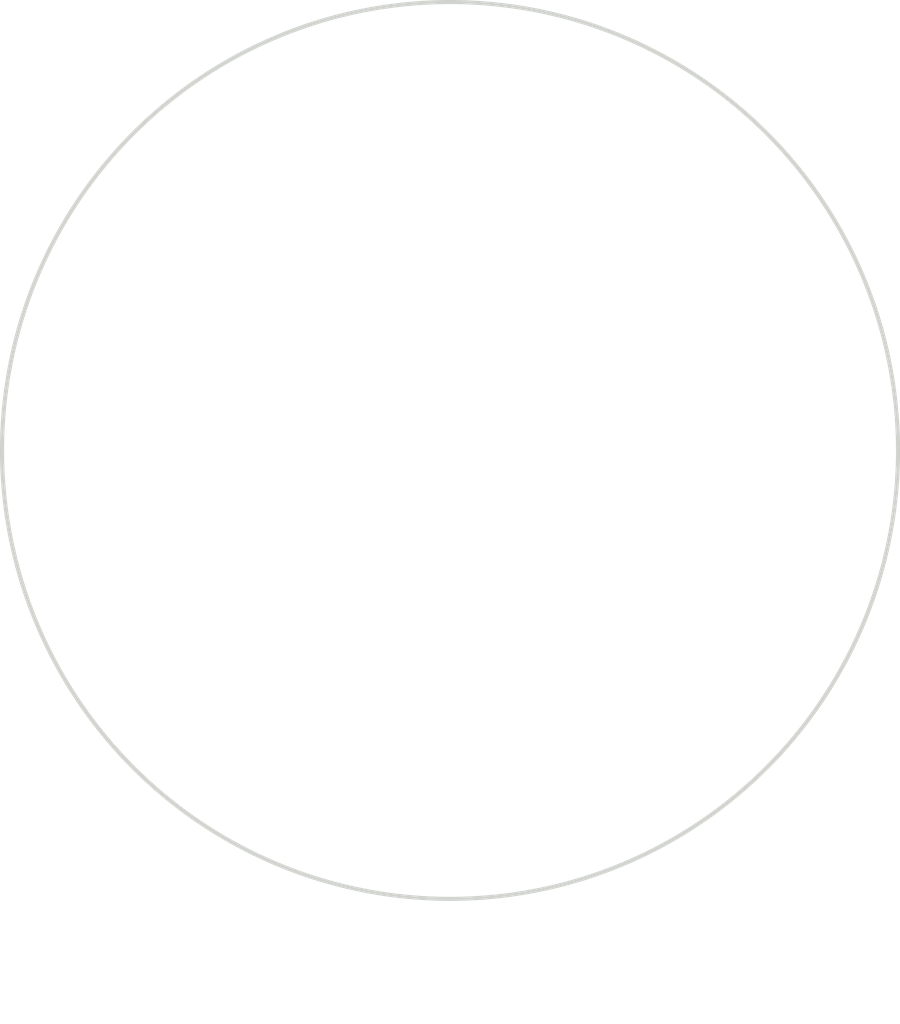
<source format=kicad_pcb>
(kicad_pcb
	(version 20241229)
	(generator "pcbnew")
	(generator_version "9.0")
	(general
		(thickness 1.6)
		(legacy_teardrops no)
	)
	(paper "A4")
	(layers
		(0 "F.Cu" signal)
		(2 "B.Cu" signal)
		(9 "F.Adhes" user "F.Adhesive")
		(11 "B.Adhes" user "B.Adhesive")
		(13 "F.Paste" user)
		(15 "B.Paste" user)
		(5 "F.SilkS" user "F.Silkscreen")
		(7 "B.SilkS" user "B.Silkscreen")
		(1 "F.Mask" user)
		(3 "B.Mask" user)
		(17 "Dwgs.User" user "User.Drawings")
		(19 "Cmts.User" user "User.Comments")
		(21 "Eco1.User" user "User.Eco1")
		(23 "Eco2.User" user "User.Eco2")
		(25 "Edge.Cuts" user)
		(27 "Margin" user)
		(31 "F.CrtYd" user "F.Courtyard")
		(29 "B.CrtYd" user "B.Courtyard")
		(35 "F.Fab" user)
		(33 "B.Fab" user)
		(39 "User.1" user)
		(41 "User.2" user)
		(43 "User.3" user)
		(45 "User.4" user)
		(47 "User.5" user)
		(49 "User.6" user)
		(51 "User.7" user)
		(53 "User.8" user)
		(55 "User.9" user)
	)
	(setup
		(stackup
			(layer "F.SilkS"
				(type "Top Silk Screen")
				(color "White")
			)
			(layer "F.Paste"
				(type "Top Solder Paste")
			)
			(layer "F.Mask"
				(type "Top Solder Mask")
				(color "Black")
				(thickness 0.01)
			)
			(layer "F.Cu"
				(type "copper")
				(thickness 0.035)
			)
			(layer "dielectric 1"
				(type "core")
				(color "FR4 natural")
				(thickness 1.51)
				(material "FR4")
				(epsilon_r 4.5)
				(loss_tangent 0.02)
			)
			(layer "B.Cu"
				(type "copper")
				(thickness 0.035)
			)
			(layer "B.Mask"
				(type "Bottom Solder Mask")
				(color "Black")
				(thickness 0.01)
			)
			(layer "B.Paste"
				(type "Bottom Solder Paste")
			)
			(layer "B.SilkS"
				(type "Bottom Silk Screen")
				(color "White")
			)
			(copper_finish "ENIG")
			(dielectric_constraints no)
			(castellated_pads yes)
		)
		(pad_to_mask_clearance 0)
		(allow_soldermask_bridges_in_footprints no)
		(tenting front back)
		(pcbplotparams
			(layerselection 0x00000000_00000000_55555555_5755f5ff)
			(plot_on_all_layers_selection 0x00000000_00000000_00000000_00000000)
			(disableapertmacros no)
			(usegerberextensions no)
			(usegerberattributes yes)
			(usegerberadvancedattributes yes)
			(creategerberjobfile no)
			(dashed_line_dash_ratio 12.000000)
			(dashed_line_gap_ratio 3.000000)
			(svgprecision 4)
			(plotframeref no)
			(mode 1)
			(useauxorigin no)
			(hpglpennumber 1)
			(hpglpenspeed 20)
			(hpglpendiameter 15.000000)
			(pdf_front_fp_property_popups yes)
			(pdf_back_fp_property_popups yes)
			(pdf_metadata yes)
			(pdf_single_document no)
			(dxfpolygonmode yes)
			(dxfimperialunits yes)
			(dxfusepcbnewfont yes)
			(psnegative no)
			(psa4output no)
			(plot_black_and_white yes)
			(sketchpadsonfab no)
			(plotpadnumbers no)
			(hidednponfab no)
			(sketchdnponfab yes)
			(crossoutdnponfab yes)
			(subtractmaskfromsilk no)
			(outputformat 1)
			(mirror no)
			(drillshape 0)
			(scaleselection 1)
			(outputdirectory "production/")
		)
	)
	(net 0 "")
	(gr_poly
		(pts
			(xy 79.70548 48.136512) (xy 79.669683 48.106358) (xy 79.568521 48.026859) (xy 79.496345 47.973745)
			(xy 79.411329 47.914464) (xy 79.314641 47.851071) (xy 79.207448 47.785621) (xy 79.090916 47.720172)
			(xy 78.966214 47.656778) (xy 78.901164 47.626495) (xy 78.834509 47.597497) (xy 78.766394 47.570041)
			(xy 78.696967 47.544384) (xy 78.626372 47.520782) (xy 78.554756 47.499494) (xy 78.482265 47.480776)
			(xy 78.409044 47.464885) (xy 78.335239 47.452078) (xy 78.260997 47.442611) (xy 78.186463 47.436743)
			(xy 78.111783 47.43473) (xy 78.186463 47.432717) (xy 78.260996 47.42685) (xy 78.335235 47.417385)
			(xy 78.409036 47.404579) (xy 78.554738 47.369974) (xy 78.696934 47.325091) (xy 78.834459 47.271984)
			(xy 78.966145 47.212711) (xy 79.090827 47.149326) (xy 79.207336 47.083885) (xy 79.314508 47.018444)
			(xy 79.411175 46.955059) (xy 79.568329 46.842679) (xy 79.705251 46.733039)
		)
		(stroke
			(width 0)
			(type solid)
		)
		(fill yes)
		(layer "F.Mask")
		(uuid "05ed041b-5651-45a1-ba16-f8f48604d7d1")
	)
	(gr_poly
		(pts
			(xy 72.804315 48.434791) (xy 72.826152 48.506222) (xy 72.86202 48.568992) (xy 72.910987 48.623512)
			(xy 72.972127 48.670193) (xy 73.044507 48.709446) (xy 73.127201 48.741683) (xy 73.219277 48.767314)
			(xy 73.319808 48.786752) (xy 73.427863 48.800407) (xy 73.662828 48.812015) (xy 73.916739 48.805429)
			(xy 74.182161 48.783939) (xy 74.451659 48.750836) (xy 74.717798 48.70941) (xy 75.210261 48.614752)
			(xy 75.827748 48.470344) (xy 75.80248 53.018074) (xy 75.740291 53.010161) (xy 75.562295 52.994492)
			(xy 75.433885 52.98753) (xy 75.281343 52.983167) (xy 75.106277 52.982916) (xy 74.910292 52.988288)
			(xy 74.694995 53.000798) (xy 74.461992 53.021957) (xy 74.212892 53.053278) (xy 73.9493 53.096274)
			(xy 73.812571 53.122623) (xy 73.672822 53.152457) (xy 73.530254 53.185967) (xy 73.385067 53.223341)
			(xy 73.237462 53.264768) (xy 73.087639 53.310438) (xy 72.935801 53.360539) (xy 72.782147 53.41526)
			(xy 72.797437 48.354286)
		)
		(stroke
			(width 0)
			(type solid)
		)
		(fill yes)
		(layer "F.Mask")
		(uuid "0667c1c2-5727-4838-a423-44171cec41ad")
	)
	(gr_poly
		(pts
			(xy 75.837163 44.32743) (xy 75.219675 44.183005) (xy 74.727213 44.088341) (xy 74.461074 44.046914)
			(xy 74.191576 44.013809) (xy 73.926154 43.992318) (xy 73.672243 43.985731) (xy 73.437277 43.997338)
			(xy 73.329222 44.010993) (xy 73.228692 44.03043) (xy 73.136616 44.056062) (xy 73.053922 44.088298)
			(xy 72.981541 44.127551) (xy 72.920402 44.174232) (xy 72.871434 44.228751) (xy 72.835567 44.291522)
			(xy 72.813729 44.362953) (xy 72.806851 44.443458) (xy 72.788587 39.622474) (xy 72.90185 39.673152)
			(xy 73.018538 39.716302) (xy 73.138192 39.752312) (xy 73.260351 39.781571) (xy 73.384554 39.804466)
			(xy 73.510341 39.821386) (xy 73.637251 39.832718) (xy 73.764825 39.838852) (xy 73.8926 39.840176)
			(xy 74.020118 39.837076) (xy 74.146917 39.829943) (xy 74.272538 39.819163) (xy 74.5184 39.788217)
			(xy 74.754022 39.747345) (xy 74.975718 39.699651) (xy 75.179807 39.648241) (xy 75.362604 39.59622)
			(xy 75.520425 39.546694) (xy 75.746406 39.467548) (xy 75.828282 39.435646)
		)
		(stroke
			(width 0)
			(type solid)
		)
		(fill yes)
		(layer "F.Mask")
		(uuid "06e4ffd2-6475-4714-b39d-5be64bdecd99")
	)
	(gr_poly
		(pts
			(xy 83.163701 53.171302) (xy 83.050438 53.120622) (xy 82.933749 53.07747) (xy 82.814095 53.041458)
			(xy 82.691937 53.012197) (xy 82.567734 52.989301) (xy 82.441947 52.97238) (xy 82.315037 52.961046)
			(xy 82.187464 52.954911) (xy 82.059689 52.953588) (xy 81.932171 52.956687) (xy 81.805372 52.96382)
			(xy 81.679752 52.9746) (xy 81.43389 53.005547) (xy 81.19827 53.046421) (xy 80.976574 53.094116) (xy 80.772486 53.145528)
			(xy 80.58969 53.19755) (xy 80.431869 53.247078) (xy 80.205888 53.326227) (xy 80.124013 53.358131)
			(xy 80.115125 48.466346) (xy 80.732612 48.610772) (xy 81.225075 48.705435) (xy 81.491214 48.746863)
			(xy 81.760712 48.779968) (xy 82.026134 48.801459) (xy 82.280045 48.808046) (xy 82.51501 48.796439)
			(xy 82.623065 48.782784) (xy 82.723595 48.763346) (xy 82.815672 48.737715) (xy 82.898365 48.705478)
			(xy 82.970746 48.666226) (xy 83.031885 48.619545) (xy 83.080853 48.565025) (xy 83.116721 48.502255)
			(xy 83.138558 48.430823) (xy 83.145436 48.350318)
		)
		(stroke
			(width 0)
			(type solid)
		)
		(fill yes)
		(layer "F.Mask")
		(uuid "1430342f-b192-45a9-9696-4ce99eab0131")
	)
	(gr_poly
		(pts
			(xy 66.989764 46.844243) (xy 67.652183 47.002148) (xy 68.048332 47.08962) (xy 68.445387 47.169736)
			(xy 68.81156 47.23272) (xy 68.973131 47.254732) (xy 69.115061 47.268796) (xy 69.164722 47.271031)
			(xy 69.211903 47.270321) (xy 69.256664 47.266855) (xy 69.299063 47.26082) (xy 69.339162 47.252405)
			(xy 69.377017 47.241799) (xy 69.412689 47.229191) (xy 69.446238 47.214768) (xy 69.477721 47.198719)
			(xy 69.507198 47.181234) (xy 69.534729 47.162499) (xy 69.560373 47.142704) (xy 69.584189 47.122037)
			(xy 69.606236 47.100687) (xy 69.626573 47.078842) (xy 69.645259 47.056691) (xy 69.662355 47.034422)
			(xy 69.677918 47.012223) (xy 69.704686 46.968792) (xy 69.726036 46.927906) (xy 69.742442 46.891072)
			(xy 69.754378 46.859798) (xy 69.762317 46.835593) (xy 69.768099 46.814419) (xy 69.742976 48.056668)
			(xy 69.735243 48.141969) (xy 69.710743 48.21715) (xy 69.670591 48.282697) (xy 69.615902 48.339096)
			(xy 69.547792 48.386833) (xy 69.467377 48.426395) (xy 69.375773 48.458268) (xy 69.274095 48.482937)
			(xy 69.16346 48.500888) (xy 69.044983 48.512608) (xy 68.788964 48.519299) (xy 68.514966 48.506897)
			(xy 68.231914 48.479291) (xy 67.948734 48.440369) (xy 67.674352 48.394021) (xy 67.187686 48.294599)
			(xy 66.712664 48.177731) (xy 66.712443 46.774228)
		)
		(stroke
			(width 0)
			(type solid)
		)
		(fill yes)
		(layer "F.Mask")
		(uuid "1c288606-1cc7-46d6-8c77-b92562f9a04f")
	)
	(gr_poly
		(pts
			(xy 80.076207 36.423378) (xy 80.076162 36.423415) (xy 80.076207 36.423347)
		)
		(stroke
			(width 0)
			(type solid)
		)
		(fill yes)
		(layer "F.Mask")
		(uuid "21ea14d6-8236-418f-8a91-ead6a773b2cc")
	)
	(gr_poly
		(pts
			(xy 75.474969 53.346579) (xy 76.005317 53.396955) (xy 76.256711 53.439186) (xy 76.497131 53.492471)
			(xy 76.725239 53.556578) (xy 76.939694 53.631278) (xy 77.139156 53.716337) (xy 77.322285 53.811526)
			(xy 77.487741 53.916612) (xy 77.634185 54.031365) (xy 77.760276 54.155554) (xy 77.864674 54.288948)
			(xy 77.510132 54.481782) (xy 77.14054 54.699863) (xy 76.929126 54.832623) (xy 76.708143 54.978645)
			(xy 76.483724 55.136015) (xy 76.262 55.30282) (xy 76.049104 55.477146) (xy 75.851167 55.65708) (xy 75.759725 55.748552)
			(xy 75.674322 55.840709) (xy 75.595726 55.933311) (xy 75.524702 56.026119) (xy 75.462017 56.118895)
			(xy 75.408438 56.211397) (xy 75.364731 56.303389) (xy 75.331662 56.39463) (xy 75.138614 56.248301)
			(xy 74.941249 56.11667) (xy 74.740252 55.999078) (xy 74.536307 55.894864) (xy 74.330099 55.803371)
			(xy 74.122315 55.723938) (xy 73.913638 55.655907) (xy 73.704754 55.598619) (xy 73.289105 55.513631)
			(xy 72.880848 55.463702) (xy 72.485462 55.443558) (xy 72.108429 55.447925) (xy 71.755228 55.471529)
			(xy 71.43134 55.509097) (xy 71.142246 55.555354) (xy 70.893425 55.605026) (xy 70.538524 55.693524)
			(xy 70.410481 55.732399) (xy 70.56428 55.472957) (xy 70.736585 55.229655) (xy 70.926055 55.002262)
			(xy 71.13135 54.790546) (xy 71.351132 54.594276) (xy 71.584058 54.413222) (xy 71.828791 54.247151)
			(xy 72.083989 54.095833) (xy 72.348314 53.959036) (xy 72.620424 53.83653) (xy 72.89898 53.728083)
			(xy 73.182643 53.633464) (xy 73.470071 53.552442) (xy 73.759926 53.484786) (xy 74.341555 53.388645)
			(xy 74.916809 53.343192)
		)
		(stroke
			(width 0)
			(type solid)
		)
		(fill yes)
		(layer "F.Mask")
		(uuid "2aa66c82-4f96-47ff-9cf1-99b3aa97d6c2")
	)
	(gr_poly
		(pts
			(xy 73.370534 45.901008) (xy 73.38367 45.900993) (xy 73.397005 45.901229) (xy 73.410519 45.90166)
			(xy 73.424191 45.902229) (xy 73.553378 45.913894) (xy 73.705481 45.934138) (xy 74.061184 45.995211)
			(xy 74.456805 46.075149) (xy 74.857848 46.16365) (xy 75.538221 46.325142) (xy 75.826337 46.397285)
			(xy 75.538221 46.469258) (xy 74.857848 46.630367) (xy 74.456805 46.718654) (xy 74.061184 46.798393)
			(xy 73.705481 46.859308) (xy 73.553378 46.879494) (xy 73.424191 46.89112) (xy 73.373568 46.892138)
			(xy 73.325577 46.89046) (xy 73.28015 46.886251) (xy 73.237218 46.879675) (xy 73.196713 46.870897)
			(xy 73.158564 46.86008) (xy 73.122704 46.84739) (xy 73.089063 46.832991) (xy 73.057573 46.817047)
			(xy 73.028164 46.799722) (xy 73.000767 46.781182) (xy 72.975313 46.761591) (xy 72.951734 46.741112)
			(xy 72.929961 46.719911) (xy 72.909924 46.698151) (xy 72.891555 46.675998) (xy 72.874784 46.653616)
			(xy 72.859543 46.631168) (xy 72.845763 46.60882) (xy 72.833375 46.586737) (xy 72.812497 46.544018)
			(xy 72.796359 46.504329) (xy 72.784409 46.468984) (xy 72.776096 46.439298) (xy 72.76817 46.402168)
			(xy 72.765805 46.402168) (xy 72.766375 46.399665) (xy 72.76679 46.39779) (xy 72.766943 46.397063)
			(xy 72.767026 46.396614) (xy 72.766993 46.396551) (xy 72.766941 46.396375) (xy 72.766787 46.395746)
			(xy 72.766373 46.393837) (xy 72.765805 46.391059) (xy 72.76817 46.391059) (xy 72.775503 46.356285)
			(xy 72.783169 46.328225) (xy 72.794175 46.294654) (xy 72.809026 46.256774) (xy 72.828226 46.215787)
			(xy 72.852281 46.172897) (xy 72.881695 46.129306) (xy 72.898569 46.107624) (xy 72.916973 46.086217)
			(xy 72.936969 46.065237) (xy 72.95862 46.044832) (xy 72.98199 46.025155) (xy 73.007142 46.006355)
			(xy 73.034138 45.988582) (xy 73.063043 45.971987) (xy 73.093918 45.95672) (xy 73.126827 45.942931)
			(xy 73.161834 45.930771) (xy 73.199001 45.920391) (xy 73.238391 45.911939) (xy 73.280068 45.905568)
			(xy 73.324095 45.901426) (xy 73.370534 45.899665)
		)
		(stroke
			(width 0)
			(type solid)
		)
		(fill yes)
		(layer "F.Mask")
		(uuid "32a0b322-4522-4999-ab60-ee7c0cf3124f")
	)
	(gr_poly
		(pts
			(xy 75.827748 56.363655) (xy 75.827748 56.363624) (xy 75.827794 56.363587)
		)
		(stroke
			(width 0)
			(type solid)
		)
		(fill yes)
		(layer "F.Mask")
		(uuid "3433d5f1-1be5-4513-bf3e-502955bd0ebe")
	)
	(gr_poly
		(pts
			(xy 62.423899 48.177731) (xy 61.948878 48.294599) (xy 61.462211 48.394021) (xy 61.187829 48.440369)
			(xy 60.904649 48.479291) (xy 60.621597 48.506897) (xy 60.347599 48.519299) (xy 60.091581 48.512608)
			(xy 59.973103 48.500888) (xy 59.862468 48.482937) (xy 59.76079 48.458268) (xy 59.669186 48.426395)
			(xy 59.588772 48.386833) (xy 59.520662 48.339096) (xy 59.465973 48.282697) (xy 59.42582 48.21715)
			(xy 59.40132 48.141969) (xy 59.393588 48.056668) (xy 59.368456 46.814419) (xy 59.37424 46.835593)
			(xy 59.382179 46.859798) (xy 59.394115 46.891072) (xy 59.410522 46.927906) (xy 59.431872 46.968792)
			(xy 59.458641 47.012223) (xy 59.474204 47.034422) (xy 59.4913 47.056691) (xy 59.509987 47.078842)
			(xy 59.530325 47.100687) (xy 59.552372 47.122037) (xy 59.576188 47.142704) (xy 59.601832 47.162499)
			(xy 59.629363 47.181234) (xy 59.658841 47.198719) (xy 59.690325 47.214768) (xy 59.723873 47.229191)
			(xy 59.759546 47.241799) (xy 59.797401 47.252405) (xy 59.8375 47.26082) (xy 59.8799 47.266855) (xy 59.924661 47.270321)
			(xy 59.971842 47.271031) (xy 60.021502 47.268796) (xy 60.163431 47.254732) (xy 60.325001 47.23272)
			(xy 60.691173 47.169736) (xy 61.088228 47.08962) (xy 61.484377 47.002148) (xy 62.146799 46.844243)
			(xy 62.42412 46.774228)
		)
		(stroke
			(width 0)
			(type solid)
		)
		(fill yes)
		(layer "F.Mask")
		(uuid "3620c357-7f91-4413-b17e-5dc3d155e16f")
	)
	(gr_poly
		(pts
			(xy 62.071944 53.357616) (xy 62.602292 53.407992) (xy 62.853686 53.450223) (xy 63.094106 53.503508)
			(xy 63.322214 53.567615) (xy 63.536669 53.642315) (xy 63.736131 53.727374) (xy 63.91926 53.822563)
			(xy 64.084716 53.927649) (xy 64.23116 54.042402) (xy 64.357251 54.166591) (xy 64.461649 54.299985)
			(xy 64.107107 54.492819) (xy 63.737515 54.7109) (xy 63.526101 54.84366) (xy 63.305118 54.989682)
			(xy 63.080699 55.147052) (xy 62.858975 55.313857) (xy 62.646079 55.488183) (xy 62.448142 55.668117)
			(xy 62.3567 55.759589) (xy 62.271297 55.851746) (xy 62.192701 55.944348) (xy 62.121677 56.037156)
			(xy 62.058992 56.129932) (xy 62.005413 56.222434) (xy 61.961706 56.314426) (xy 61.928637 56.405667)
			(xy 61.735589 56.259338) (xy 61.538224 56.127707) (xy 61.337227 56.010115) (xy 61.133282 55.905901)
			(xy 60.927074 55.814408) (xy 60.71929 55.734975) (xy 60.510613 55.666944) (xy 60.301729 55.609656)
			(xy 59.88608 55.524668) (xy 59.477823 55.474739) (xy 59.082437 55.454595) (xy 58.705404 55.458962)
			(xy 58.352203 55.482566) (xy 58.028315 55.520134) (xy 57.739221 55.566391) (xy 57.4904 55.616063)
			(xy 57.135499 55.704561) (xy 57.007456 55.743436) (xy 57.161255 55.483994) (xy 57.33356 55.240692)
			(xy 57.52303 55.013299) (xy 57.728325 54.801583) (xy 57.948107 54.605313) (xy 58.181033 54.424259)
			(xy 58.425766 54.258188) (xy 58.680964 54.10687) (xy 58.945289 53.970073) (xy 59.217399 53.847567)
			(xy 59.495955 53.73912) (xy 59.779618 53.644501) (xy 60.067046 53.563479) (xy 60.356901 53.495823)
			(xy 60.93853 53.399682) (xy 61.513784 53.354229)
		)
		(stroke
			(width 0)
			(type solid)
		)
		(fill yes)
		(layer "F.Mask")
		(uuid "3754a96e-4327-493f-afdc-5e15fdf68039")
	)
	(gr_poly
		(pts
			(xy 82.448008 44.28971) (xy 82.566485 44.301429) (xy 82.67712 44.319379) (xy 82.778798 44.344047)
			(xy 82.870402 44.375919) (xy 82.950817 44.41548) (xy 83.018927 44.463217) (xy 83.073616 44.519615)
			(xy 83.113768 44.585162) (xy 83.138268 44.660342) (xy 83.146001 44.745643) (xy 83.171124 45.987892)
			(xy 83.165342 45.966718) (xy 83.157403 45.942513) (xy 83.145467 45.911239) (xy 83.129061 45.874405)
			(xy 83.107711 45.833519) (xy 83.080943 45.790088) (xy 83.06538 45.767889) (xy 83.048284 45.74562)
			(xy 83.029598 45.723469) (xy 83.009261 45.701624) (xy 82.987214 45.680274) (xy 82.963398 45.659607)
			(xy 82.937754 45.639812) (xy 82.910223 45.621078) (xy 82.880746 45.603592) (xy 82.849263 45.587543)
			(xy 82.815714 45.57312) (xy 82.780042 45.560512) (xy 82.742187 45.549906) (xy 82.702088 45.541491)
			(xy 82.659689 45.535457) (xy 82.614928 45.53199) (xy 82.567747 45.53128) (xy 82.518086 45.533515)
			(xy 82.376156 45.547579) (xy 82.214585 45.569592) (xy 81.848412 45.632576) (xy 81.451357 45.712691)
			(xy 81.055208 45.800163) (xy 80.392789 45.958068) (xy 80.115468 46.028083) (xy 80.115689 44.62461)
			(xy 80.590711 44.507738) (xy 81.077377 44.408311) (xy 81.351759 44.36196) (xy 81.634939 44.323036)
			(xy 81.917991 44.295427) (xy 82.191989 44.283022)
		)
		(stroke
			(width 0)
			(type solid)
		)
		(fill yes)
		(layer "F.Mask")
		(uuid "3be048ef-5f41-4c5a-86a6-65f2764fa923")
	)
	(gr_poly
		(pts
			(xy 69.760676 53.182339) (xy 69.647413 53.131659) (xy 69.530724 53.088507) (xy 69.41107 53.052495)
			(xy 69.288912 53.023234) (xy 69.164709 53.000338) (xy 69.038922 52.983417) (xy 68.912012 52.972083)
			(xy 68.784439 52.965948) (xy 68.656664 52.964625) (xy 68.529146 52.967724) (xy 68.402347 52.974857)
			(xy 68.276727 52.985637) (xy 68.030865 53.016584) (xy 67.795245 53.057458) (xy 67.573549 53.105153)
			(xy 67.369461 53.156565) (xy 67.186665 53.208587) (xy 67.028844 53.258115) (xy 66.802863 53.337264)
			(xy 66.720988 53.369168) (xy 66.7121 48.477383) (xy 67.329587 48.621809) (xy 67.82205 48.716472)
			(xy 68.088189 48.7579) (xy 68.357687 48.791005) (xy 68.623109 48.812496) (xy 68.87702 48.819083)
			(xy 69.111985 48.807476) (xy 69.22004 48.793821) (xy 69.32057 48.774383) (xy 69.412647 48.748752)
			(xy 69.49534 48.716515) (xy 69.567721 48.677263) (xy 69.62886 48.630582) (xy 69.677828 48.576062)
			(xy 69.713696 48.513292) (xy 69.735533 48.44186) (xy 69.742411 48.361355)
		)
		(stroke
			(width 0)
			(type solid)
		)
		(fill yes)
		(layer "F.Mask")
		(uuid "48228e40-1d78-49e9-9798-465c21b58355")
	)
	(gr_poly
		(pts
			(xy 76.374262 46.842679) (xy 76.531416 46.955059) (xy 76.628083 47.018444) (xy 76.735254 47.083885)
			(xy 76.851764 47.149326) (xy 76.976445 47.212711) (xy 77.108132 47.271984) (xy 77.245656 47.325091)
			(xy 77.387853 47.369974) (xy 77.533555 47.404579) (xy 77.607355 47.417385) (xy 77.681595 47.42685)
			(xy 77.756128 47.432717) (xy 77.830808 47.43473) (xy 77.756128 47.436743) (xy 77.681594 47.442611)
			(xy 77.607351 47.452078) (xy 77.533547 47.464885) (xy 77.460326 47.480776) (xy 77.387835 47.499494)
			(xy 77.316218 47.520782) (xy 77.245624 47.544384) (xy 77.176196 47.570041) (xy 77.108082 47.597497)
			(xy 77.041427 47.626495) (xy 76.976376 47.656778) (xy 76.851674 47.720172) (xy 76.735143 47.785621)
			(xy 76.627949 47.851071) (xy 76.531261 47.914464) (xy 76.446246 47.973745) (xy 76.37407 48.026859)
			(xy 76.272907 48.106358) (xy 76.237111 48.136512) (xy 76.23734 46.733039)
		)
		(stroke
			(width 0)
			(type solid)
		)
		(fill yes)
		(layer "F.Mask")
		(uuid "4998aea4-2f1f-46a4-b6a0-ddc16cd84745")
	)
	(gr_poly
		(pts
			(xy 79.705251 46.058235) (xy 79.568329 45.948591) (xy 79.411175 45.836206) (xy 79.314508 45.772818)
			(xy 79.207336 45.707374) (xy 79.090827 45.64193) (xy 78.966145 45.578543) (xy 78.834459 45.519266)
			(xy 78.696934 45.466157) (xy 78.554738 45.421272) (xy 78.409036 45.386666) (xy 78.335235 45.37386)
			(xy 78.260996 45.364394) (xy 78.186463 45.358527) (xy 78.111783 45.356514) (xy 78.186463 45.3545)
			(xy 78.260997 45.348633) (xy 78.335239 45.339167) (xy 78.409044 45.32636) (xy 78.482265 45.31047)
			(xy 78.554756 45.291752) (xy 78.626372 45.270465) (xy 78.696967 45.246865) (xy 78.766394 45.221209)
			(xy 78.834509 45.193754) (xy 78.901164 45.164757) (xy 78.966214 45.134475) (xy 79.090916 45.071084)
			(xy 79.207448 45.005638) (xy 79.314641 44.940191) (xy 79.411329 44.8768) (xy 79.496345 44.817522)
			(xy 79.568521 44.764411) (xy 79.669683 44.684915) (xy 79.70548 44.654762)
		)
		(stroke
			(width 0)
			(type solid)
		)
		(fill yes)
		(layer "F.Mask")
		(uuid "53eb4e16-1e86-4d69-9c8e-7a29ad79752a")
	)
	(gr_poly
		(pts
			(xy 83.145139 44.434486) (xy 83.13826 44.353981) (xy 83.116423 44.282549) (xy 83.080556 44.219779)
			(xy 83.031588 44.16526) (xy 82.970449 44.118579) (xy 82.898068 44.079326) (xy 82.815374 44.047089)
			(xy 82.723298 44.021458) (xy 82.622768 44.002021) (xy 82.514713 43.988366) (xy 82.279747 43.976758)
			(xy 82.025836 43.983345) (xy 81.760414 44.004837) (xy 81.490916 44.037941) (xy 81.224777 44.079369)
			(xy 80.732315 44.174033) (xy 80.114827 44.318458) (xy 80.140096 39.770729) (xy 80.202284 39.778641)
			(xy 80.380281 39.79431) (xy 80.50869 39.801271) (xy 80.661232 39.805633) (xy 80.836298 39.805884)
			(xy 81.032284 39.80051) (xy 81.247581 39.787999) (xy 81.480583 39.766838) (xy 81.729683 39.735514)
			(xy 81.993276 39.692515) (xy 82.130004 39.666165) (xy 82.269753 39.636328) (xy 82.412321 39.602817)
			(xy 82.557509 39.565441) (xy 82.705114 39.524011) (xy 82.854936 39.478339) (xy 83.006774 39.428236)
			(xy 83.160428 39.373512)
		)
		(stroke
			(width 0)
			(type solid)
		)
		(fill yes)
		(layer "F.Mask")
		(uuid "54c55353-07e0-4106-b74c-29eb1ef84311")
	)
	(gr_poly
		(pts
			(xy 62.424723 56.374692) (xy 62.424723 56.374661) (xy 62.424769 56.374624)
		)
		(stroke
			(width 0)
			(type solid)
		)
		(fill yes)
		(layer "F.Mask")
		(uuid "56cff7f0-721e-4a81-bb77-f7427661a260")
	)
	(gr_poly
		(pts
			(xy 74.024622 44.295427) (xy 74.307674 44.323036) (xy 74.590854 44.36196) (xy 74.865236 44.408311)
			(xy 75.351903 44.507738) (xy 75.826924 44.62461) (xy 75.827145 46.028083) (xy 75.549824 45.958068)
			(xy 74.887402 45.800163) (xy 74.491253 45.712691) (xy 74.094198 45.632576) (xy 73.728026 45.569592)
			(xy 73.566456 45.547579) (xy 73.424527 45.533515) (xy 73.374867 45.53128) (xy 73.327686 45.53199)
			(xy 73.282925 45.535457) (xy 73.240525 45.541491) (xy 73.200426 45.549906) (xy 73.162571 45.560512)
			(xy 73.126898 45.57312) (xy 73.09335 45.587543) (xy 73.061866 45.603592) (xy 73.032388 45.621078)
			(xy 73.004857 45.639812) (xy 72.979213 45.659607) (xy 72.955397 45.680274) (xy 72.93335 45.701624)
			(xy 72.913012 45.723469) (xy 72.894325 45.74562) (xy 72.877229 45.767889) (xy 72.861666 45.790088)
			(xy 72.834897 45.833519) (xy 72.813547 45.874405) (xy 72.79714 45.911239) (xy 72.785204 45.942513)
			(xy 72.777265 45.966718) (xy 72.771481 45.987892) (xy 72.796613 44.745643) (xy 72.804345 44.660342)
			(xy 72.828845 44.585162) (xy 72.868998 44.519615) (xy 72.923687 44.463217) (xy 72.991797 44.41548)
			(xy 73.072211 44.375919) (xy 73.163815 44.344047) (xy 73.265493 44.319379) (xy 73.376128 44.301429)
			(xy 73.494606 44.28971) (xy 73.750624 44.283022)
		)
		(stroke
			(width 0)
			(type solid)
		)
		(fill yes)
		(layer "F.Mask")
		(uuid "5eb206f4-788d-49cb-9a76-f9b1dbdb8472")
	)
	(gr_poly
		(pts
			(xy 71.275837 42.197898) (xy 71.27785 42.272578) (xy 71.283718 42.347112) (xy 71.293184 42.421353)
			(xy 71.305991 42.495158) (xy 71.321882 42.568379) (xy 71.3406 42.64087) (xy 71.361887 42.712486)
			(xy 71.385488 42.783081) (xy 71.411145 42.852508) (xy 71.4386 42.920623) (xy 71.467598 42.987278)
			(xy 71.49788 43.052329) (xy 71.561272 43.177032) (xy 71.62672 43.293564) (xy 71.692168 43.400758)
			(xy 71.75556 43.497446) (xy 71.81484 43.582463) (xy 71.867952 43.654639) (xy 71.947449 43.755803)
			(xy 71.977603 43.791599) (xy 71.867952 43.928478) (xy 71.75556 44.085588) (xy 71.692168 44.18223)
			(xy 71.62672 44.289376) (xy 71.561272 44.40586) (xy 71.49788 44.530516) (xy 71.4386 44.662178) (xy 71.385488 44.799681)
			(xy 71.3406 44.941859) (xy 71.305991 45.087546) (xy 71.293184 45.161341) (xy 71.283718 45.235576)
			(xy 71.27785 45.310105) (xy 71.275837 45.384783) (xy 71.273825 45.310104) (xy 71.267962 45.23557)
			(xy 71.258503 45.161328) (xy 71.245705 45.087523) (xy 71.229826 45.014303) (xy 71.211122 44.941811)
			(xy 71.18985 44.870195) (xy 71.166267 44.7996) (xy 71.140629 44.730173) (xy 71.113194 44.662058)
			(xy 71.084217 44.595403) (xy 71.053957 44.530352) (xy 70.990612 44.405649) (xy 70.925212 44.289117)
			(xy 70.859812 44.181923) (xy 70.796467 44.085234) (xy 70.73723 44.000218) (xy 70.684157 43.928042)
			(xy 70.604719 43.826878) (xy 70.574587 43.791082) (xy 70.684157 43.654202) (xy 70.796467 43.497093)
			(xy 70.859812 43.400451) (xy 70.925212 43.293305) (xy 70.990612 43.176821) (xy 71.053957 43.052165)
			(xy 71.113194 42.920503) (xy 71.166267 42.783) (xy 71.211122 42.640822) (xy 71.245705 42.495135)
			(xy 71.258503 42.42134) (xy 71.267962 42.347105) (xy 71.273825 42.272576) (xy 71.275837 42.197898)
		)
		(stroke
			(width 0)
			(type solid)
		)
		(fill yes)
		(layer "F.Mask")
		(uuid "607c0b64-7614-4431-83d1-e5b534a8da69")
	)
	(gr_poly
		(pts
			(xy 64.46933 45.69773) (xy 64.481821 45.697953) (xy 64.493503 45.698298) (xy 64.504368 45.698746)
			(xy 64.514409 45.699276) (xy 64.523617 45.699868) (xy 64.531985 45.7005) (xy 64.539506 45.701153)
			(xy 64.551972 45.702439) (xy 64.560953 45.703561) (xy 64.568213 45.704655) (xy 64.596557 45.701097)
			(xy 64.679611 45.698727) (xy 64.740728 45.70188) (xy 64.814409 45.710001) (xy 64.900284 45.724647)
			(xy 64.997983 45.747375) (xy 65.107134 45.779742) (xy 65.227366 45.823305) (xy 65.35831 45.879622)
			(xy 65.499592 45.950248) (xy 65.650844 46.036741) (xy 65.811694 46.140659) (xy 65.981771 46.263558)
			(xy 66.160704 46.406995) (xy 66.069748 46.481239) (xy 65.98101 46.550165) (xy 65.894536 46.613967)
			(xy 65.810369 46.672838) (xy 65.728552 46.726974) (xy 65.64913 46.776568) (xy 65.572147 46.821814)
			(xy 65.497645 46.862907) (xy 65.42567 46.900041) (xy 65.356264 46.93341) (xy 65.289472 46.963209)
			(xy 65.225338 46.989631) (xy 65.163905 47.012871) (xy 65.105217 47.033123) (xy 65.049318 47.050581)
			(xy 64.996252 47.06544) (xy 64.946063 47.077893) (xy 64.898794 47.088136) (xy 64.854489 47.096362)
			(xy 64.813192 47.102765) (xy 64.739798 47.11088) (xy 64.678962 47.114036) (xy 64.631035 47.113785)
			(xy 64.596368 47.111682) (xy 64.568213 47.108136) (xy 64.540006 47.11168) (xy 64.457274 47.114027)
			(xy 64.396347 47.110868) (xy 64.32285 47.102749) (xy 64.237139 47.088116) (xy 64.139567 47.065417)
			(xy 64.030489 47.033097) (xy 63.910258 46.989604) (xy 63.779229 46.933383) (xy 63.637756 46.862881)
			(xy 63.486193 46.776545) (xy 63.324894 46.672821) (xy 63.154213 46.550155) (xy 62.974505 46.406995)
			(xy 63.04262 46.350692) (xy 63.109524 46.29741) (xy 63.175196 46.247068) (xy 63.239618 46.199582)
			(xy 63.36463 46.112857) (xy 63.484405 46.036581) (xy 63.598785 45.970101) (xy 63.707613 45.912764)
			(xy 63.810732 45.863916) (xy 63.907985 45.822905) (xy 63.999217 45.789077) (xy 64.084269 45.761779)
			(xy 64.162985 45.740358) (xy 64.235208 45.72416) (xy 64.300781 45.712532) (xy 64.359548 45.704821)
			(xy 64.411351 45.700374) (xy 64.456034 45.698537) (xy 64.456038 45.697652)
		)
		(stroke
			(width 0)
			(type solid)
		)
		(fill yes)
		(layer "F.Mask")
		(uuid "656d959a-84a6-43ee-8004-1f472e75009a")
	)
	(gr_poly
		(pts
			(xy 69.742114 44.445523) (xy 69.735235 44.365018) (xy 69.713398 44.293586) (xy 69.677531 44.230816)
			(xy 69.628563 44.176297) (xy 69.567424 44.129616) (xy 69.495043 44.090363) (xy 69.412349 44.058126)
			(xy 69.320273 44.032495) (xy 69.219743 44.013058) (xy 69.111688 43.999403) (xy 68.876722 43.987795)
			(xy 68.622811 43.994382) (xy 68.357389 44.015874) (xy 68.087891 44.048978) (xy 67.821752 44.090406)
			(xy 67.32929 44.18507) (xy 66.711802 44.329495) (xy 66.737071 39.781766) (xy 66.799259 39.789678)
			(xy 66.977256 39.805347) (xy 67.105665 39.812308) (xy 67.258207 39.81667) (xy 67.433273 39.816921)
			(xy 67.629259 39.811547) (xy 67.844556 39.799036) (xy 68.077558 39.777875) (xy 68.326658 39.746551)
			(xy 68.590251 39.703552) (xy 68.726979 39.677202) (xy 68.866728 39.647365) (xy 69.009296 39.613854)
			(xy 69.154484 39.576478) (xy 69.302089 39.535048) (xy 69.451911 39.489376) (xy 69.603749 39.439273)
			(xy 69.757403 39.384549)
		)
		(stroke
			(width 0)
			(type solid)
		)
		(fill yes)
		(layer "F.Mask")
		(uuid "69baae3e-ddb7-4ed1-a4fe-4b926663c833")
	)
	(gr_poly
		(pts
			(xy 82.33819 53.310804) (xy 82.565507 53.335855) (xy 82.779715 53.379639) (xy 82.979538 53.443104)
			(xy 83.163701 53.527198) (xy 83.205742 53.553656) (xy 83.245533 53.586191) (xy 83.283136 53.624348)
			(xy 83.318609 53.667675) (xy 83.352014 53.715717) (xy 83.383409 53.768021) (xy 83.440413 53.883601)
			(xy 83.4901 54.010787) (xy 83.532949 54.14595) (xy 83.569441 54.285462) (xy 83.600056 54.425693)
			(xy 83.625272 54.563016) (xy 83.645569 54.693802) (xy 83.673328 54.921248) (xy 83.69093 55.138038)
			(xy 83.484504 55.076255) (xy 82.912975 54.937152) (xy 82.512681 54.860285) (xy 82.047971 54.790102)
			(xy 81.527799 54.735275) (xy 80.961118 54.704475) (xy 80.356881 54.706374) (xy 80.043477 54.722295)
			(xy 79.724042 54.749642) (xy 79.399695 54.7895) (xy 79.071554 54.842953) (xy 78.74074 54.911083)
			(xy 78.408371 54.994976) (xy 78.075567 55.095714) (xy 77.743445 55.214383) (xy 77.413127 55.352065)
			(xy 77.085731 55.509846) (xy 76.762376 55.688808) (xy 76.444181 55.890036) (xy 76.132265 56.114613)
			(xy 75.827794 56.363587) (xy 75.904444 56.249307) (xy 76.003732 56.127133) (xy 76.264987 55.863097)
			(xy 76.601314 55.579137) (xy 77.00251 55.282839) (xy 77.458376 54.981794) (xy 77.958712 54.683589)
			(xy 78.493315 54.395812) (xy 79.051986 54.126052) (xy 79.624523 53.881898) (xy 80.200727 53.670938)
			(xy 80.770396 53.50076) (xy 81.049593 53.433336) (xy 81.323331 53.378953) (xy 81.590334 53.338559)
			(xy 81.849329 53.313104) (xy 82.099039 53.303536)
		)
		(stroke
			(width 0)
			(type solid)
		)
		(fill yes)
		(layer "F.Mask")
		(uuid "6a7e0689-8a92-4dbf-adb7-de293ec60931")
	)
	(gr_poly
		(pts
			(xy 80.796477 36.540926) (xy 80.993842 36.672554) (xy 81.194839 36.790145) (xy 81.398784 36.894356)
			(xy 81.604991 36.985848) (xy 81.812776 37.06528) (xy 82.021453 37.13331) (xy 82.230336 37.190598)
			(xy 82.645986 37.275585) (xy 83.054243 37.325514) (xy 83.449629 37.345659) (xy 83.826662 37.341293)
			(xy 84.179863 37.31769) (xy 84.50375 37.280125) (xy 84.792845 37.23387) (xy 85.041666 37.184199)
			(xy 85.396567 37.095704) (xy 85.524609 37.056831) (xy 85.37081 37.316273) (xy 85.198506 37.559574)
			(xy 85.009036 37.786967) (xy 84.80374 37.998682) (xy 84.583959 38.194951) (xy 84.351032 38.376005)
			(xy 84.1063 38.542075) (xy 83.851101 38.693392) (xy 83.586777 38.830188) (xy 83.314667 38.952693)
			(xy 83.036111 39.061139) (xy 82.752448 39.155757) (xy 82.46502 39.236778) (xy 82.175165 39.304434)
			(xy 81.593536 39.400573) (xy 81.018282 39.446025) (xy 80.460122 39.442637) (xy 79.929774 39.392261)
			(xy 79.67838 39.35003) (xy 79.437959 39.296746) (xy 79.209852 39.232639) (xy 78.995397 39.157941)
			(xy 78.795935 39.072882) (xy 78.612806 38.977695) (xy 78.44735 38.87261) (xy 78.300906 38.757859)
			(xy 78.174815 38.633672) (xy 78.070416 38.500282) (xy 78.424958 38.307448) (xy 78.794549 38.089366)
			(xy 79.005963 37.956606) (xy 79.226945 37.810585) (xy 79.451364 37.653215) (xy 79.673088 37.48641)
			(xy 79.885984 37.312084) (xy 80.083921 37.132149) (xy 80.175363 37.040677) (xy 80.260766 36.94852)
			(xy 80.339362 36.855918) (xy 80.410387 36.76311) (xy 80.473072 36.670335) (xy 80.526652 36.577832)
			(xy 80.57036 36.48584) (xy 80.603429 36.394599)
		)
		(stroke
			(width 0)
			(type solid)
		)
		(fill yes)
		(layer "F.Mask")
		(uuid "6bd1841f-b427-4fe4-b833-71b0e9ed7bd6")
	)
	(gr_poly
		(pts
			(xy 62.434138 44.338467) (xy 61.81665 44.194042) (xy 61.324188 44.099378) (xy 61.058049 44.057951)
			(xy 60.788551 44.024846) (xy 60.523129 44.003355) (xy 60.269218 43.996768) (xy 60.034252 44.008375)
			(xy 59.926197 44.02203) (xy 59.825667 44.041467) (xy 59.733591 44.067099) (xy 59.650897 44.099335)
			(xy 59.578516 44.138588) (xy 59.517377 44.185269) (xy 59.468409 44.239788) (xy 59.432542 44.302559)
			(xy 59.410704 44.37399) (xy 59.403826 44.454495) (xy 59.385562 39.633511) (xy 59.498825 39.684189)
			(xy 59.615513 39.727339) (xy 59.735167 39.763349) (xy 59.857326 39.792608) (xy 59.981529 39.815503)
			(xy 60.107316 39.832423) (xy 60.234226 39.843755) (xy 60.3618 39.849889) (xy 60.489575 39.851213)
			(xy 60.617093 39.848113) (xy 60.743892 39.84098) (xy 60.869513 39.8302) (xy 61.115375 39.799254)
			(xy 61.350997 39.758382) (xy 61.572693 39.710688) (xy 61.776782 39.659278) (xy 61.959579 39.607257)
			(xy 62.1174 39.557731) (xy 62.343381 39.478585) (xy 62.425257 39.446683)
		)
		(stroke
			(width 0)
			(type solid)
		)
		(fill yes)
		(layer "F.Mask")
		(uuid "72d6a74e-721c-45d6-b78a-f4e5501643bc")
	)
	(gr_poly
		(pts
			(xy 62.869882 44.695952) (xy 62.971045 44.775448) (xy 63.043221 44.828559) (xy 63.128236 44.887837)
			(xy 63.224924 44.951228) (xy 63.332118 45.016675) (xy 63.448649 45.082121) (xy 63.573351 45.145512)
			(xy 63.638402 45.175794) (xy 63.705057 45.204791) (xy 63.773171 45.232246) (xy 63.842599 45.257902)
			(xy 63.913193 45.281502) (xy 63.98481 45.302789) (xy 64.057301 45.321507) (xy 64.130522 45.337397)
			(xy 64.204326 45.350204) (xy 64.278569 45.35967) (xy 64.353103 45.365537) (xy 64.427783 45.367551)
			(xy 64.353103 45.369564) (xy 64.27857 45.375431) (xy 64.20433 45.384897) (xy 64.13053 45.397703)
			(xy 63.984828 45.432309) (xy 63.842631 45.477194) (xy 63.705107 45.530303) (xy 63.57342 45.58958)
			(xy 63.448739 45.652967) (xy 63.332229 45.718411) (xy 63.225058 45.783855) (xy 63.128391 45.847243)
			(xy 62.971237 45.959628) (xy 62.834315 46.069272) (xy 62.834086 44.665799)
		)
		(stroke
			(width 0)
			(type solid)
		)
		(fill yes)
		(layer "F.Mask")
		(uuid "79d725b3-c947-40ba-9878-0d0eac294e1e")
	)
	(gr_poly
		(pts
			(xy 62.424723 56.374692) (xy 62.424723 56.374661) (xy 62.424769 56.374624)
		)
		(stroke
			(width 0)
			(type solid)
		)
		(fill yes)
		(layer "F.Mask")
		(uuid "7c2cc5b1-2248-4cad-bb5e-c4be5eed528f")
	)
	(gr_poly
		(pts
			(xy 59.40129 48.445828) (xy 59.423127 48.517259) (xy 59.458995 48.580029) (xy 59.507962 48.634549)
			(xy 59.569102 48.68123) (xy 59.641482 48.720483) (xy 59.724176 48.75272) (xy 59.816252 48.778351)
			(xy 59.916783 48.797789) (xy 60.024838 48.811444) (xy 60.259803 48.823052) (xy 60.513714 48.816466)
			(xy 60.779136 48.794976) (xy 61.048634 48.761873) (xy 61.314773 48.720447) (xy 61.807236 48.625789)
			(xy 62.424723 48.481381) (xy 62.399455 53.029111) (xy 62.337266 53.021198) (xy 62.15927 53.005529)
			(xy 62.03086 52.998567) (xy 61.878318 52.994204) (xy 61.703252 52.993953) (xy 61.507267 52.999325)
			(xy 61.29197 53.011835) (xy 61.058967 53.032994) (xy 60.809867 53.064315) (xy 60.546275 53.107311)
			(xy 60.409546 53.13366) (xy 60.269797 53.163494) (xy 60.127229 53.197004) (xy 59.982042 53.234378)
			(xy 59.834437 53.275805) (xy 59.684614 53.321475) (xy 59.532776 53.371576) (xy 59.379122 53.426297)
			(xy 59.394412 48.365323)
		)
		(stroke
			(width 0)
			(type solid)
		)
		(fill yes)
		(layer "F.Mask")
		(uuid "7e492a6a-8efe-4010-8a2a-8f4002ba18bb")
	)
	(gr_poly
		(pts
			(xy 79.999512 36.537695) (xy 79.900225 36.659869) (xy 79.63897 36.923905) (xy 79.302645 37.207865)
			(xy 78.901449 37.504162) (xy 78.445584 37.805207) (xy 77.945249 38.103411) (xy 77.410646 38.391187)
			(xy 76.851975 38.660945) (xy 76.279438 38.905098) (xy 75.703233 39.116056) (xy 75.133564 39.286232)
			(xy 74.854367 39.353655) (xy 74.580629 39.408036) (xy 74.313625 39.448428) (xy 74.05463 39.473881)
			(xy 73.804919 39.483447) (xy 73.565767 39.476178) (xy 73.33845 39.451124) (xy 73.124242 39.407338)
			(xy 72.924418 39.34387) (xy 72.740254 39.259773) (xy 72.698214 39.233318) (xy 72.658422 39.200786)
			(xy 72.62082 39.162631) (xy 72.585346 39.119307) (xy 72.551941 39.071267) (xy 72.520546 39.018964)
			(xy 72.463542 38.903388) (xy 72.413856 38.776205) (xy 72.371006 38.641044) (xy 72.334514 38.501535)
			(xy 72.3039 38.361305) (xy 72.278684 38.223983) (xy 72.258386 38.093198) (xy 72.230627 37.865754)
			(xy 72.213025 37.648963) (xy 72.419452 37.710747) (xy 72.99098 37.849849) (xy 73.391275 37.926717)
			(xy 73.855985 37.9969) (xy 74.376157 38.051727) (xy 74.942838 38.082527) (xy 75.547074 38.080628)
			(xy 75.860478 38.064707) (xy 76.179913 38.037359) (xy 76.50426 37.997501) (xy 76.832401 37.944049)
			(xy 77.163215 37.875919) (xy 77.495584 37.792026) (xy 77.828389 37.691287) (xy 78.16051 37.572619)
			(xy 78.490828 37.434936) (xy 78.818224 37.277156) (xy 79.14158 37.098194) (xy 79.459775 36.896966)
			(xy 79.77169 36.672389) (xy 80.076162 36.423415)
		)
		(stroke
			(width 0)
			(type solid)
		)
		(fill yes)
		(layer "F.Mask")
		(uuid "7f89fd23-3249-46be-b926-901c0576ab19")
	)
	(gr_poly
		(pts
			(xy 76.272907 44.684915) (xy 76.37407 44.764411) (xy 76.446246 44.817522) (xy 76.531261 44.8768)
			(xy 76.627949 44.940191) (xy 76.735143 45.005638) (xy 76.851674 45.071084) (xy 76.976376 45.134475)
			(xy 77.041427 45.164757) (xy 77.108082 45.193754) (xy 77.176196 45.221209) (xy 77.245624 45.246865)
			(xy 77.316218 45.270465) (xy 77.387835 45.291752) (xy 77.460326 45.31047) (xy 77.533547 45.32636)
			(xy 77.607351 45.339167) (xy 77.681594 45.348633) (xy 77.756128 45.3545) (xy 77.830808 45.356514)
			(xy 77.756128 45.358527) (xy 77.681595 45.364394) (xy 77.607355 45.37386) (xy 77.533555 45.386666)
			(xy 77.387853 45.421272) (xy 77.245656 45.466157) (xy 77.108132 45.519266) (xy 76.976445 45.578543)
			(xy 76.851764 45.64193) (xy 76.735254 45.707374) (xy 76.628083 45.772818) (xy 76.531416 45.836206)
			(xy 76.374262 45.948591) (xy 76.23734 46.058235) (xy 76.237111 44.654762)
		)
		(stroke
			(width 0)
			(type solid)
		)
		(fill yes)
		(layer "F.Mask")
		(uuid "89e41def-0dba-4510-83b8-20cc272d445e")
	)
	(gr_poly
		(pts
			(xy 60.621597 44.306464) (xy 60.904649 44.334073) (xy 61.187829 44.372997) (xy 61.462211 44.419348)
			(xy 61.948878 44.518775) (xy 62.423899 44.635647) (xy 62.42412 46.03912) (xy 62.146799 45.969105)
			(xy 61.484377 45.8112) (xy 61.088228 45.723728) (xy 60.691173 45.643613) (xy 60.325001 45.580629)
			(xy 60.163431 45.558616) (xy 60.021502 45.544552) (xy 59.971842 45.542317) (xy 59.924661 45.543027)
			(xy 59.8799 45.546494) (xy 59.8375 45.552528) (xy 59.797401 45.560943) (xy 59.759546 45.571549) (xy 59.723873 45.584157)
			(xy 59.690325 45.59858) (xy 59.658841 45.614629) (xy 59.629363 45.632115) (xy 59.601832 45.650849)
			(xy 59.576188 45.670644) (xy 59.552372 45.691311) (xy 59.530325 45.712661) (xy 59.509987 45.734506)
			(xy 59.4913 45.756657) (xy 59.474204 45.778926) (xy 59.458641 45.801125) (xy 59.431872 45.844556)
			(xy 59.410522 45.885442) (xy 59.394115 45.922276) (xy 59.382179 45.95355) (xy 59.37424 45.977755)
			(xy 59.368456 45.998929) (xy 59.393588 44.75668) (xy 59.40132 44.671379) (xy 59.42582 44.596199)
			(xy 59.465973 44.530652) (xy 59.520662 44.474254) (xy 59.588772 44.426517) (xy 59.669186 44.386956)
			(xy 59.76079 44.355084) (xy 59.862468 44.330416) (xy 59.973103 44.312466) (xy 60.091581 44.300747)
			(xy 60.347599 44.294059)
		)
		(stroke
			(width 0)
			(type solid)
		)
		(fill yes)
		(layer "F.Mask")
		(uuid "8b7f9081-e185-45b2-a8cb-b26639059916")
	)
	(gr_poly
		(pts
			(xy 80.076207 36.423378) (xy 80.076162 36.423415) (xy 80.076207 36.423347)
		)
		(stroke
			(width 0)
			(type solid)
		)
		(fill yes)
		(layer "F.Mask")
		(uuid "8d527a7e-f3f7-42f9-8caf-323f97be29f6")
	)
	(gr_poly
		(pts
			(xy 59.967509 45.912045) (xy 59.980645 45.91203) (xy 59.99398 45.912266) (xy 60.007494 45.912697)
			(xy 60.021166 45.913266) (xy 60.150353 45.924931) (xy 60.302456 45.945175) (xy 60.658159 46.006248)
			(xy 61.05378 46.086186) (xy 61.454823 46.174687) (xy 62.135196 46.336179) (xy 62.423312 46.408322)
			(xy 62.135196 46.480295) (xy 61.454823 46.641404) (xy 61.05378 46.729691) (xy 60.658159 46.80943)
			(xy 60.302456 46.870345) (xy 60.150353 46.890531) (xy 60.021166 46.902157) (xy 59.970543 46.903175)
			(xy 59.922552 46.901497) (xy 59.877125 46.897288) (xy 59.834193 46.890712) (xy 59.793688 46.881934)
			(xy 59.755539 46.871117) (xy 59.719679 46.858427) (xy 59.686038 46.844028) (xy 59.654548 46.828084)
			(xy 59.625139 46.810759) (xy 59.597742 46.792219) (xy 59.572288 46.772628) (xy 59.548709 46.752149)
			(xy 59.526936 46.730948) (xy 59.506899 46.709188) (xy 59.48853 46.687035) (xy 59.471759 46.664653)
			(xy 59.456518 46.642205) (xy 59.442738 46.619857) (xy 59.43035 46.597774) (xy 59.409472 46.555055)
			(xy 59.393334 46.515366) (xy 59.381384 46.480021) (xy 59.373071 46.450335) (xy 59.365145 46.413205)
			(xy 59.36278 46.413205) (xy 59.36335 46.410702) (xy 59.363765 46.408827) (xy 59.363918 46.4081) (xy 59.364001 46.407651)
			(xy 59.363968 46.407588) (xy 59.363916 46.407412) (xy 59.363762 46.406783) (xy 59.363348 46.404874)
			(xy 59.36278 46.402096) (xy 59.365145 46.402096) (xy 59.372478 46.367322) (xy 59.380144 46.339262)
			(xy 59.39115 46.305691) (xy 59.406001 46.267811) (xy 59.425201 46.226824) (xy 59.449256 46.183934)
			(xy 59.47867 46.140343) (xy 59.495544 46.118661) (xy 59.513948 46.097254) (xy 59.533944 46.076274)
			(xy 59.555595 46.055869) (xy 59.578965 46.036192) (xy 59.604117 46.017392) (xy 59.631113 45.999619)
			(xy 59.660018 45.983024) (xy 59.690893 45.967757) (xy 59.723802 45.953968) (xy 59.758809 45.941808)
			(xy 59.795976 45.931428) (xy 59.835366 45.922976) (xy 59.877043 45.916605) (xy 59.92107 45.912463)
			(xy 59.967509 45.910702)
		)
		(stroke
			(width 0)
			(type solid)
		)
		(fill yes)
		(layer "F.Mask")
		(uuid "8f0bb0c8-bcd2-4255-8c90-79a2193ed02e")
	)
	(gr_poly
		(pts
			(xy 82.618511 45.901671) (xy 82.662537 45.905812) (xy 82.704213 45.912184) (xy 82.743603 45.920636)
			(xy 82.780769 45.931018) (xy 82.815775 45.943178) (xy 82.848684 45.956968) (xy 82.879559 45.972236)
			(xy 82.908463 45.988832) (xy 82.935459 46.006606) (xy 82.96061 46.025408) (xy 82.98398 46.045086)
			(xy 83.005631 46.065492) (xy 83.025627 46.086474) (xy 83.04403 46.107882) (xy 83.060904 46.129566)
			(xy 83.090318 46.17316) (xy 83.114372 46.216052) (xy 83.133572 46.257041) (xy 83.148423 46.294924)
			(xy 83.159429 46.328497) (xy 83.167095 46.356558) (xy 83.174428 46.391334) (xy 83.176793 46.391334)
			(xy 83.176228 46.394096) (xy 83.175815 46.395995) (xy 83.17566 46.39662) (xy 83.175606 46.396796)
			(xy 83.175572 46.396858) (xy 83.175655 46.397315) (xy 83.175808 46.398047) (xy 83.176223 46.399921)
			(xy 83.176793 46.402412) (xy 83.174428 46.402412) (xy 83.166503 46.439542) (xy 83.158189 46.469228)
			(xy 83.146239 46.504573) (xy 83.130101 46.544263) (xy 83.109224 46.586982) (xy 83.096836 46.609067)
			(xy 83.083056 46.631415) (xy 83.067815 46.653863) (xy 83.051044 46.676246) (xy 83.032675 46.6984)
			(xy 83.012639 46.72016) (xy 82.990865 46.741363) (xy 82.967287 46.761842) (xy 82.941834 46.781435)
			(xy 82.914437 46.799977) (xy 82.885028 46.817302) (xy 82.853538 46.833248) (xy 82.819898 46.847649)
			(xy 82.784038 46.860341) (xy 82.74589 46.871159) (xy 82.705385 46.87994) (xy 82.662454 46.886518)
			(xy 82.617028 46.89073) (xy 82.569038 46.89241) (xy 82.518414 46.891395) (xy 82.389226 46.879764)
			(xy 82.237123 46.859572) (xy 81.881418 46.79865) (xy 81.485795 46.718905) (xy 81.084751 46.630615)
			(xy 80.404378 46.469503) (xy 80.116261 46.397529) (xy 80.404378 46.325391) (xy 81.084751 46.163906)
			(xy 81.485795 46.075406) (xy 81.881418 45.995468) (xy 82.237123 45.934391) (xy 82.389226 45.914143)
			(xy 82.518414 45.902473) (xy 82.532082 45.901909) (xy 82.545595 45.901485) (xy 82.558932 45.90125)
			(xy 82.572072 45.901252) (xy 82.572072 45.89991)
		)
		(stroke
			(width 0)
			(type solid)
		)
		(fill yes)
		(layer "F.Mask")
		(uuid "93eb51dc-1d48-4582-b0c1-be77edb30b9f")
	)
	(gr_poly
		(pts
			(xy 66.673182 36.434415) (xy 66.673137 36.434452) (xy 66.673182 36.434384)
		)
		(stroke
			(width 0)
			(type solid)
		)
		(fill yes)
		(layer "F.Mask")
		(uuid "9a52e693-7fab-46d1-be80-a8c13c0c75ad")
	)
	(gr_poly
		(pts
			(xy 67.393452 36.551963) (xy 67.590817 36.683591) (xy 67.791814 36.801182) (xy 67.995759 36.905393)
			(xy 68.201966 36.996885) (xy 68.409751 37.076317) (xy 68.618428 37.144347) (xy 68.827311 37.201635)
			(xy 69.242961 37.286622) (xy 69.651218 37.336551) (xy 70.046604 37.356696) (xy 70.423637 37.35233)
			(xy 70.776838 37.328727) (xy 71.100725 37.291162) (xy 71.38982 37.244907) (xy 71.638641 37.195236)
			(xy 71.993542 37.106741) (xy 72.121584 37.067868) (xy 71.967785 37.32731) (xy 71.795481 37.570611)
			(xy 71.606011 37.798004) (xy 71.400715 38.009719) (xy 71.180934 38.205988) (xy 70.948007 38.387042)
			(xy 70.703275 38.553112) (xy 70.448076 38.704429) (xy 70.183752 38.841225) (xy 69.911642 38.96373)
			(xy 69.633086 39.072176) (xy 69.349423 39.166794) (xy 69.061995 39.247815) (xy 68.77214 39.315471)
			(xy 68.190511 39.41161) (xy 67.615257 39.457062) (xy 67.057097 39.453674) (xy 66.526749 39.403298)
			(xy 66.275355 39.361067) (xy 66.034934 39.307783) (xy 65.806827 39.243676) (xy 65.592372 39.168978)
			(xy 65.39291 39.083919) (xy 65.209781 38.988732) (xy 65.044325 38.883647) (xy 64.897881 38.768896)
			(xy 64.77179 38.644709) (xy 64.667391 38.511319) (xy 65.021933 38.318485) (xy 65.391524 38.100403)
			(xy 65.602938 37.967643) (xy 65.82392 37.821622) (xy 66.048339 37.664252) (xy 66.270063 37.497447)
			(xy 66.482959 37.323121) (xy 66.680896 37.143186) (xy 66.772338 37.051714) (xy 66.857741 36.959557)
			(xy 66.936337 36.866955) (xy 67.007362 36.774147) (xy 67.070047 36.681372) (xy 67.123627 36.588869)
			(xy 67.167335 36.496877) (xy 67.200404 36.405636)
		)
		(stroke
			(width 0)
			(type solid)
		)
		(fill yes)
		(layer "F.Mask")
		(uuid "9dc2865f-2663-437c-b9db-6ec8affcd08d")
	)
	(gr_poly
		(pts
			(xy 66.673182 36.434415) (xy 66.673137 36.434452) (xy 66.673182 36.434384)
		)
		(stroke
			(width 0)
			(type solid)
		)
		(fill yes)
		(layer "F.Mask")
		(uuid "a3e0f3a0-9ee0-40bf-abdc-a6f42c638d5e")
	)
	(gr_poly
		(pts
			(xy 68.935165 53.321841) (xy 69.162482 53.346892) (xy 69.37669 53.390676) (xy 69.576513 53.454141)
			(xy 69.760676 53.538235) (xy 69.802717 53.564693) (xy 69.842508 53.597228) (xy 69.880111 53.635385)
			(xy 69.915584 53.678712) (xy 69.948989 53.726754) (xy 69.980384 53.779058) (xy 70.037388 53.894638)
			(xy 70.087075 54.021824) (xy 70.129924 54.156987) (xy 70.166416 54.296499) (xy 70.197031 54.43673)
			(xy 70.222247 54.574053) (xy 70.242544 54.704839) (xy 70.270303 54.932285) (xy 70.287905 55.149075)
			(xy 70.081479 55.087292) (xy 69.50995 54.948189) (xy 69.109656 54.871322) (xy 68.644946 54.801139)
			(xy 68.124774 54.746312) (xy 67.558093 54.715512) (xy 66.953856 54.717411) (xy 66.640452 54.733332)
			(xy 66.321017 54.760679) (xy 65.99667 54.800537) (xy 65.668529 54.85399) (xy 65.337715 54.92212)
			(xy 65.005346 55.006013) (xy 64.672542 55.106751) (xy 64.34042 55.22542) (xy 64.010102 55.363102)
			(xy 63.682706 55.520883) (xy 63.359351 55.699845) (xy 63.041156 55.901073) (xy 62.72924 56.12565)
			(xy 62.424769 56.374624) (xy 62.501419 56.260344) (xy 62.600707 56.13817) (xy 62.861962 55.874134)
			(xy 63.198289 55.590174) (xy 63.599485 55.293876) (xy 64.055351 54.992831) (xy 64.555687 54.694626)
			(xy 65.09029 54.406849) (xy 65.648961 54.137089) (xy 66.221498 53.892935) (xy 66.797702 53.681975)
			(xy 67.367371 53.511797) (xy 67.646568 53.444373) (xy 67.920306 53.38999) (xy 68.187309 53.349596)
			(xy 68.446304 53.324141) (xy 68.696014 53.314573)
		)
		(stroke
			(width 0)
			(type solid)
		)
		(fill yes)
		(layer "F.Mask")
		(uuid "a74d1988-6865-4c0b-854c-b8f7c94134b7")
	)
	(gr_poly
		(pts
			(xy 69.215486 45.912708) (xy 69.259512 45.916849) (xy 69.301188 45.923221) (xy 69.340578 45.931673)
			(xy 69.377744 45.942055) (xy 69.41275 45.954215) (xy 69.445659 45.968005) (xy 69.476534 45.983273)
			(xy 69.505438 45.999869) (xy 69.532434 46.017643) (xy 69.557585 46.036445) (xy 69.580955 46.056123)
			(xy 69.602606 46.076529) (xy 69.622602 46.097511) (xy 69.641005 46.118919) (xy 69.657879 46.140603)
			(xy 69.687293 46.184197) (xy 69.711347 46.227089) (xy 69.730547 46.268078) (xy 69.745398 46.305961)
			(xy 69.756404 46.339534) (xy 69.76407 46.367595) (xy 69.771403 46.402371) (xy 69.773768 46.402371)
			(xy 69.773203 46.405133) (xy 69.77279 46.407032) (xy 69.772635 46.407657) (xy 69.772581 46.407833)
			(xy 69.772547 46.407895) (xy 69.77263 46.408352) (xy 69.772783 46.409084) (xy 69.773198 46.410958)
			(xy 69.773768 46.413449) (xy 69.771403 46.413449) (xy 69.763478 46.450579) (xy 69.755164 46.480265)
			(xy 69.743214 46.51561) (xy 69.727076 46.5553) (xy 69.706199 46.598019) (xy 69.693811 46.620104)
			(xy 69.680031 46.642452) (xy 69.66479 46.6649) (xy 69.648019 46.687283) (xy 69.62965 46.709437) (xy 69.609614 46.731197)
			(xy 69.58784 46.7524) (xy 69.564262 46.772879) (xy 69.538809 46.792472) (xy 69.511412 46.811014)
			(xy 69.482003 46.828339) (xy 69.450513 46.844285) (xy 69.416873 46.858686) (xy 69.381013 46.871378)
			(xy 69.342865 46.882196) (xy 69.30236 46.890977) (xy 69.259429 46.897555) (xy 69.214003 46.901767)
			(xy 69.166013 46.903447) (xy 69.115389 46.902432) (xy 68.986201 46.890801) (xy 68.834098 46.870609)
			(xy 68.478393 46.809687) (xy 68.08277 46.729942) (xy 67.681726 46.641652) (xy 67.001353 46.48054)
			(xy 66.713236 46.408566) (xy 67.001353 46.336428) (xy 67.681726 46.174943) (xy 68.08277 46.086443)
			(xy 68.478393 46.006505) (xy 68.834098 45.945428) (xy 68.986201 45.92518) (xy 69.115389 45.91351)
			(xy 69.129057 45.912946) (xy 69.14257 45.912522) (xy 69.155907 45.912287) (xy 69.169047 45.912289)
			(xy 69.169047 45.910947)
		)
		(stroke
			(width 0)
			(type solid)
		)
		(fill yes)
		(layer "F.Mask")
		(uuid "a77b6e8b-dd72-4483-9b06-fb357ad9dbd6")
	)
	(gr_poly
		(pts
			(xy 66.302455 48.147549) (xy 66.266658 48.117395) (xy 66.165496 48.037896) (xy 66.09332 47.984782)
			(xy 66.008304 47.925501) (xy 65.911616 47.862108) (xy 65.804423 47.796658) (xy 65.687891 47.731209)
			(xy 65.563189 47.667815) (xy 65.498139 47.637532) (xy 65.431484 47.608534) (xy 65.363369 47.581078)
			(xy 65.293942 47.555421) (xy 65.223347 47.531819) (xy 65.151731 47.510531) (xy 65.07924 47.491813)
			(xy 65.006019 47.475922) (xy 64.932214 47.463115) (xy 64.857972 47.453648) (xy 64.783438 47.44778)
			(xy 64.708758 47.445767) (xy 64.783438 47.443754) (xy 64.857971 47.437887) (xy 64.93221 47.428422)
			(xy 65.006011 47.415616) (xy 65.151713 47.381011) (xy 65.293909 47.336128) (xy 65.431434 47.283021)
			(xy 65.56312 47.223748) (xy 65.687802 47.160363) (xy 65.804311 47.094922) (xy 65.911483 47.029481)
			(xy 66.00815 46.966096) (xy 66.165304 46.853716) (xy 66.302226 46.744076)
		)
		(stroke
			(width 0)
			(type solid)
		)
		(fill yes)
		(layer "F.Mask")
		(uuid "af88bcf2-21f3-4f97-9909-1bc9ed00b32f")
	)
	(gr_poly
		(pts
			(xy 75.826924 48.166694) (xy 75.351903 48.283562) (xy 74.865236 48.382984) (xy 74.590854 48.429332)
			(xy 74.307674 48.468254) (xy 74.024622 48.49586) (xy 73.750624 48.508262) (xy 73.494606 48.501571)
			(xy 73.376128 48.489851) (xy 73.265493 48.4719) (xy 73.163815 48.447231) (xy 73.072211 48.415358)
			(xy 72.991797 48.375796) (xy 72.923687 48.328059) (xy 72.868998 48.27166) (xy 72.828845 48.206113)
			(xy 72.804345 48.130932) (xy 72.796613 48.045631) (xy 72.771481 46.803382) (xy 72.777265 46.824556)
			(xy 72.785204 46.848761) (xy 72.79714 46.880035) (xy 72.813547 46.916869) (xy 72.834897 46.957755)
			(xy 72.861666 47.001186) (xy 72.877229 47.023385) (xy 72.894325 47.045654) (xy 72.913012 47.067805)
			(xy 72.93335 47.08965) (xy 72.955397 47.111) (xy 72.979213 47.131667) (xy 73.004857 47.151462) (xy 73.032388 47.170197)
			(xy 73.061866 47.187682) (xy 73.09335 47.203731) (xy 73.126898 47.218154) (xy 73.162571 47.230762)
			(xy 73.200426 47.241368) (xy 73.240525 47.249783) (xy 73.282925 47.255818) (xy 73.327686 47.259284)
			(xy 73.374867 47.259994) (xy 73.424527 47.257759) (xy 73.566456 47.243695) (xy 73.728026 47.221683)
			(xy 74.094198 47.158699) (xy 74.491253 47.078583) (xy 74.887402 46.991111) (xy 75.549824 46.833206)
			(xy 75.827145 46.763191)
		)
		(stroke
			(width 0)
			(type solid)
		)
		(fill yes)
		(layer "F.Mask")
		(uuid "b1aeec13-4e4e-4a54-863e-09433bdeb1e7")
	)
	(gr_poly
		(pts
			(xy 71.278109 47.507978) (xy 71.283977 47.582511) (xy 71.293443 47.656753) (xy 71.30625 47.730558)
			(xy 71.32214 47.803779) (xy 71.340858 47.87627) (xy 71.362146 47.947886) (xy 71.385746 48.018481)
			(xy 71.411403 48.087909) (xy 71.438859 48.156023) (xy 71.467856 48.222679) (xy 71.498139 48.287729)
			(xy 71.561531 48.412432) (xy 71.626979 48.528964) (xy 71.692426 48.636158) (xy 71.755818 48.732847)
			(xy 71.815098 48.817863) (xy 71.868211 48.890039) (xy 71.947708 48.991203) (xy 71.977862 49.026999)
			(xy 71.868211 49.163879) (xy 71.755818 49.320989) (xy 71.692426 49.417631) (xy 71.626979 49.524777)
			(xy 71.561531 49.641261) (xy 71.498139 49.765917) (xy 71.438859 49.897579) (xy 71.385746 50.035082)
			(xy 71.340858 50.17726) (xy 71.30625 50.322947) (xy 71.293443 50.396742) (xy 71.283977 50.470977)
			(xy 71.278109 50.545506) (xy 71.276096 50.620184) (xy 71.274084 50.545504) (xy 71.26822 50.470971)
			(xy 71.258761 50.396729) (xy 71.245964 50.322924) (xy 71.230085 50.249703) (xy 71.211381 50.177212)
			(xy 71.190109 50.105596) (xy 71.166525 50.035001) (xy 71.140887 49.965573) (xy 71.113452 49.897459)
			(xy 71.084476 49.830803) (xy 71.054216 49.765753) (xy 70.99087 49.64105) (xy 70.925471 49.524518)
			(xy 70.860071 49.417324) (xy 70.796725 49.320635) (xy 70.737489 49.235619) (xy 70.684416 49.163443)
			(xy 70.604977 49.062279) (xy 70.574846 49.026483) (xy 70.684416 48.889603) (xy 70.796725 48.732494)
			(xy 70.860071 48.635852) (xy 70.925471 48.528706) (xy 70.99087 48.412222) (xy 71.054216 48.287566)
			(xy 71.113452 48.155904) (xy 71.166525 48.018401) (xy 71.211381 47.876223) (xy 71.245964 47.730536)
			(xy 71.258761 47.656741) (xy 71.26822 47.582506) (xy 71.274084 47.507977) (xy 71.276096 47.433299)
			(xy 71.276096 47.433298)
		)
		(stroke
			(width 0)
			(type solid)
		)
		(fill yes)
		(layer "F.Mask")
		(uuid "bb2785c2-9059-4bcf-82ac-845e310a8195")
	)
	(gr_poly
		(pts
			(xy 66.302226 46.069272) (xy 66.165304 45.959628) (xy 66.00815 45.847243) (xy 65.911483 45.783855)
			(xy 65.804311 45.718411) (xy 65.687802 45.652967) (xy 65.56312 45.58958) (xy 65.431434 45.530303)
			(xy 65.293909 45.477194) (xy 65.151713 45.432309) (xy 65.006011 45.397703) (xy 64.93221 45.384897)
			(xy 64.857971 45.375431) (xy 64.783438 45.369564) (xy 64.708758 45.367551) (xy 64.783438 45.365537)
			(xy 64.857972 45.35967) (xy 64.932214 45.350204) (xy 65.006019 45.337397) (xy 65.07924 45.321507)
			(xy 65.151731 45.302789) (xy 65.223347 45.281502) (xy 65.293942 45.257902) (xy 65.363369 45.232246)
			(xy 65.431484 45.204791) (xy 65.498139 45.175794) (xy 65.563189 45.145512) (xy 65.687891 45.082121)
			(xy 65.804423 45.016675) (xy 65.911616 44.951228) (xy 66.008304 44.887837) (xy 66.09332 44.828559)
			(xy 66.165496 44.775448) (xy 66.266658 44.695952) (xy 66.302455 44.665799)
		)
		(stroke
			(width 0)
			(type solid)
		)
		(fill yes)
		(layer "F.Mask")
		(uuid "bb4c1b7d-7b3c-4049-b880-a102e24a6674")
	)
	(gr_poly
		(pts
			(xy 62.971237 46.853716) (xy 63.128391 46.966096) (xy 63.225058 47.029481) (xy 63.332229 47.094922)
			(xy 63.448739 47.160363) (xy 63.57342 47.223748) (xy 63.705107 47.283021) (xy 63.842631 47.336128)
			(xy 63.984828 47.381011) (xy 64.13053 47.415616) (xy 64.20433 47.428422) (xy 64.27857 47.437887)
			(xy 64.353103 47.443754) (xy 64.427783 47.445767) (xy 64.353103 47.44778) (xy 64.278569 47.453648)
			(xy 64.204326 47.463115) (xy 64.130522 47.475922) (xy 64.057301 47.491813) (xy 63.98481 47.510531)
			(xy 63.913193 47.531819) (xy 63.842599 47.555421) (xy 63.773171 47.581078) (xy 63.705057 47.608534)
			(xy 63.638402 47.637532) (xy 63.573351 47.667815) (xy 63.448649 47.731209) (xy 63.332118 47.796658)
			(xy 63.224924 47.862108) (xy 63.128236 47.925501) (xy 63.043221 47.984782) (xy 62.971045 48.037896)
			(xy 62.869882 48.117395) (xy 62.834086 48.147549) (xy 62.834315 46.744076)
		)
		(stroke
			(width 0)
			(type solid)
		)
		(fill yes)
		(layer "F.Mask")
		(uuid "d3f4f977-daa8-4713-bf33-174db7cc3225")
	)
	(gr_poly
		(pts
			(xy 69.044983 44.300747) (xy 69.16346 44.312466) (xy 69.274095 44.330416) (xy 69.375773 44.355084)
			(xy 69.467377 44.386956) (xy 69.547792 44.426517) (xy 69.615902 44.474254) (xy 69.670591 44.530652)
			(xy 69.710743 44.596199) (xy 69.735243 44.671379) (xy 69.742976 44.75668) (xy 69.768099 45.998929)
			(xy 69.762317 45.977755) (xy 69.754378 45.95355) (xy 69.742442 45.922276) (xy 69.726036 45.885442)
			(xy 69.704686 45.844556) (xy 69.677918 45.801125) (xy 69.662355 45.778926) (xy 69.645259 45.756657)
			(xy 69.626573 45.734506) (xy 69.606236 45.712661) (xy 69.584189 45.691311) (xy 69.560373 45.670644)
			(xy 69.534729 45.650849) (xy 69.507198 45.632115) (xy 69.477721 45.614629) (xy 69.446238 45.59858)
			(xy 69.412689 45.584157) (xy 69.377017 45.571549) (xy 69.339162 45.560943) (xy 69.299063 45.552528)
			(xy 69.256664 45.546494) (xy 69.211903 45.543027) (xy 69.164722 45.542317) (xy 69.115061 45.544552)
			(xy 68.973131 45.558616) (xy 68.81156 45.580629) (xy 68.445387 45.643613) (xy 68.048332 45.723728)
			(xy 67.652183 45.8112) (xy 66.989764 45.969105) (xy 66.712443 46.03912) (xy 66.712664 44.635647)
			(xy 67.187686 44.518775) (xy 67.674352 44.419348) (xy 67.948734 44.372997) (xy 68.231914 44.334073)
			(xy 68.514966 44.306464) (xy 68.788964 44.294059)
		)
		(stroke
			(width 0)
			(type solid)
		)
		(fill yes)
		(layer "F.Mask")
		(uuid "dcf6f6db-2505-42d0-b52f-7ab97a4d8ed8")
	)
	(gr_poly
		(pts
			(xy 80.392789 46.833206) (xy 81.055208 46.991111) (xy 81.451357 47.078583) (xy 81.848412 47.158699)
			(xy 82.214585 47.221683) (xy 82.376156 47.243695) (xy 82.518086 47.257759) (xy 82.567747 47.259994)
			(xy 82.614928 47.259284) (xy 82.659689 47.255818) (xy 82.702088 47.249783) (xy 82.742187 47.241368)
			(xy 82.780042 47.230762) (xy 82.815714 47.218154) (xy 82.849263 47.203731) (xy 82.880746 47.187682)
			(xy 82.910223 47.170197) (xy 82.937754 47.151462) (xy 82.963398 47.131667) (xy 82.987214 47.111)
			(xy 83.009261 47.08965) (xy 83.029598 47.067805) (xy 83.048284 47.045654) (xy 83.06538 47.023385)
			(xy 83.080943 47.001186) (xy 83.107711 46.957755) (xy 83.129061 46.916869) (xy 83.145467 46.880035)
			(xy 83.157403 46.848761) (xy 83.165342 46.824556) (xy 83.171124 46.803382) (xy 83.146001 48.045631)
			(xy 83.138268 48.130932) (xy 83.113768 48.206113) (xy 83.073616 48.27166) (xy 83.018927 48.328059)
			(xy 82.950817 48.375796) (xy 82.870402 48.415358) (xy 82.778798 48.447231) (xy 82.67712 48.4719)
			(xy 82.566485 48.489851) (xy 82.448008 48.501571) (xy 82.191989 48.508262) (xy 81.917991 48.49586)
			(xy 81.634939 48.468254) (xy 81.351759 48.429332) (xy 81.077377 48.382984) (xy 80.590711 48.283562)
			(xy 80.115689 48.166694) (xy 80.115468 46.763191)
		)
		(stroke
			(width 0)
			(type solid)
		)
		(fill yes)
		(layer "F.Mask")
		(uuid "f1fd6b4b-a7e4-4feb-83ba-1b0052acf54a")
	)
	(gr_poly
		(pts
			(xy 75.827748 56.363655) (xy 75.827748 56.363624) (xy 75.827794 56.363587)
		)
		(stroke
			(width 0)
			(type solid)
		)
		(fill yes)
		(layer "F.Mask")
		(uuid "f2b76187-d5e8-4b11-89e1-1a169d7d3a1d")
	)
	(gr_poly
		(pts
			(xy 66.596487 36.548732) (xy 66.4972 36.670906) (xy 66.235945 36.934942) (xy 65.89962 37.218902)
			(xy 65.498424 37.515199) (xy 65.042559 37.816244) (xy 64.542224 38.114448) (xy 64.007621 38.402224)
			(xy 63.44895 38.671982) (xy 62.876413 38.916135) (xy 62.300208 39.127093) (xy 61.730539 39.297269)
			(xy 61.451342 39.364692) (xy 61.177604 39.419073) (xy 60.9106 39.459465) (xy 60.651605 39.484918)
			(xy 60.401894 39.494484) (xy 60.162742 39.487215) (xy 59.935425 39.462161) (xy 59.721217 39.418375)
			(xy 59.521393 39.354907) (xy 59.337229 39.27081) (xy 59.295189 39.244355) (xy 59.255397 39.211823)
			(xy 59.217795 39.173668) (xy 59.182321 39.130344) (xy 59.148916 39.082304) (xy 59.117521 39.030001)
			(xy 59.060517 38.914425) (xy 59.010831 38.787242) (xy 58.967981 38.652081) (xy 58.931489 38.512572)
			(xy 58.900875 38.372342) (xy 58.875659 38.23502) (xy 58.855361 38.104235) (xy 58.827602 37.876791)
			(xy 58.81 37.66) (xy 59.016427 37.721784) (xy 59.587955 37.860886) (xy 59.98825 37.937754) (xy 60.45296 38.007937)
			(xy 60.973132 38.062764) (xy 61.539813 38.093564) (xy 62.144049 38.091665) (xy 62.457453 38.075744)
			(xy 62.776888 38.048396) (xy 63.101235 38.008538) (xy 63.429376 37.955086) (xy 63.76019 37.886956)
			(xy 64.092559 37.803063) (xy 64.425364 37.702324) (xy 64.757485 37.583656) (xy 65.087803 37.445973)
			(xy 65.415199 37.288193) (xy 65.738555 37.109231) (xy 66.05675 36.908003) (xy 66.368665 36.683426)
			(xy 66.673137 36.434452)
		)
		(stroke
			(width 0)
			(type solid)
		)
		(fill yes)
		(layer "F.Mask")
		(uuid "fa98e9aa-db62-414b-8313-b665d8e14a90")
	)
	(gr_poly
		(pts
			(xy 77.872355 45.686693) (xy 77.884846 45.686916) (xy 77.896528 45.687261) (xy 77.907393 45.687709)
			(xy 77.917434 45.688239) (xy 77.926642 45.688831) (xy 77.93501 45.689463) (xy 77.942531 45.690116)
			(xy 77.954997 45.691402) (xy 77.963978 45.692524) (xy 77.971238 45.693618) (xy 77.999582 45.69006)
			(xy 78.082636 45.68769) (xy 78.143753 45.690843) (xy 78.217434 45.698964) (xy 78.303309 45.71361)
			(xy 78.401008 45.736338) (xy 78.510159 45.768705) (xy 78.630391 45.812268) (xy 78.761335 45.868585)
			(xy 78.902617 45.939211) (xy 79.053869 46.025704) (xy 79.214719 46.129622) (xy 79.384796 46.252521)
			(xy 79.563729 46.395958) (xy 79.472773 46.470202) (xy 79.384035 46.539128) (xy 79.297561 46.60293)
			(xy 79.213394 46.661801) (xy 79.131577 46.715937) (xy 79.052155 46.765531) (xy 78.975172 46.810777)
			(xy 78.90067 46.85187) (xy 78.828695 46.889004) (xy 78.759289 46.922373) (xy 78.692497 46.952172)
			(xy 78.628363 46.978594) (xy 78.56693 47.001834) (xy 78.508242 47.022086) (xy 78.452343 47.039544)
			(xy 78.399277 47.054403) (xy 78.349088 47.066856) (xy 78.301819 47.077099) (xy 78.257514 47.085325)
			(xy 78.216217 47.091728) (xy 78.142823 47.099843) (xy 78.081987 47.102999) (xy 78.03406 47.102748)
			(xy 77.999393 47.100645) (xy 77.971238 47.097099) (xy 77.943031 47.100643) (xy 77.860299 47.10299)
			(xy 77.799372 47.099831) (xy 77.725875 47.091712) (xy 77.640164 47.077079) (xy 77.542592 47.05438)
			(xy 77.433514 47.02206) (xy 77.313283 46.978567) (xy 77.182254 46.922346) (xy 77.040781 46.851844)
			(xy 76.889218 46.765508) (xy 76.727919 46.661784) (xy 76.557238 46.539118) (xy 76.37753 46.395958)
			(xy 76.445645 46.339655) (xy 76.512549 46.286373) (xy 76.578221 46.236031) (xy 76.642643 46.188545)
			(xy 76.767655 46.10182) (xy 76.88743 46.025544) (xy 77.00181 45.959064) (xy 77.110638 45.901727)
			(xy 77.213757 45.852879) (xy 77.31101 45.811868) (xy 77.402242 45.77804) (xy 77.487294 45.750742)
			(xy 77.56601 45.729321) (xy 77.638233 45.713123) (xy 77.703806 45.701495) (xy 77.762573 45.693784)
			(xy 77.814376 45.689337) (xy 77.859059 45.6875) (xy 77.859063 45.686615)
		)
		(stroke
			(width 0)
			(type solid)
		)
		(fill yes)
		(layer "F.Mask")
		(uuid "fe72ca8f-dc28-454f-aa7b-4633befff106")
	)
	(gr_poly
		(pts
			(xy 82.33819 53.310804) (xy 82.565507 53.335855) (xy 82.779715 53.379639) (xy 82.979538 53.443104)
			(xy 83.163701 53.527198) (xy 83.205742 53.553656) (xy 83.245533 53.586191) (xy 83.283136 53.624348)
			(xy 83.318609 53.667675) (xy 83.352014 53.715717) (xy 83.383409 53.768021) (xy 83.440413 53.883601)
			(xy 83.4901 54.010787) (xy 83.532949 54.14595) (xy 83.569441 54.285462) (xy 83.600056 54.425693)
			(xy 83.625272 54.563016) (xy 83.645569 54.693802) (xy 83.673328 54.921248) (xy 83.69093 55.138038)
			(xy 83.484504 55.076255) (xy 82.912975 54.937152) (xy 82.512681 54.860285) (xy 82.047971 54.790102)
			(xy 81.527799 54.735275) (xy 80.961118 54.704475) (xy 80.356881 54.706374) (xy 80.043477 54.722295)
			(xy 79.724042 54.749642) (xy 79.399695 54.7895) (xy 79.071554 54.842953) (xy 78.74074 54.911083)
			(xy 78.408371 54.994976) (xy 78.075567 55.095714) (xy 77.743445 55.214383) (xy 77.413127 55.352065)
			(xy 77.085731 55.509846) (xy 76.762376 55.688808) (xy 76.444181 55.890036) (xy 76.132265 56.114613)
			(xy 75.827794 56.363587) (xy 75.904444 56.249307) (xy 76.003732 56.127133) (xy 76.264987 55.863097)
			(xy 76.601314 55.579137) (xy 77.00251 55.282839) (xy 77.458376 54.981794) (xy 77.958712 54.683589)
			(xy 78.493315 54.395812) (xy 79.051986 54.126052) (xy 79.624523 53.881898) (xy 80.200727 53.670938)
			(xy 80.770396 53.50076) (xy 81.049593 53.433336) (xy 81.323331 53.378953) (xy 81.590334 53.338559)
			(xy 81.849329 53.313104) (xy 82.099039 53.303536)
		)
		(stroke
			(width 0)
			(type solid)
		)
		(fill yes)
		(layer "B.Mask")
		(uuid "001dbd71-dce8-4e6a-8ccd-0474e7f641bd")
	)
	(gr_poly
		(pts
			(xy 79.999512 36.537695) (xy 79.900225 36.659869) (xy 79.63897 36.923905) (xy 79.302645 37.207865)
			(xy 78.901449 37.504162) (xy 78.445584 37.805207) (xy 77.945249 38.103411) (xy 77.410646 38.391187)
			(xy 76.851975 38.660945) (xy 76.279438 38.905098) (xy 75.703233 39.116056) (xy 75.133564 39.286232)
			(xy 74.854367 39.353655) (xy 74.580629 39.408036) (xy 74.313625 39.448428) (xy 74.05463 39.473881)
			(xy 73.804919 39.483447) (xy 73.565767 39.476178) (xy 73.33845 39.451124) (xy 73.124242 39.407338)
			(xy 72.924418 39.34387) (xy 72.740254 39.259773) (xy 72.698214 39.233318) (xy 72.658422 39.200786)
			(xy 72.62082 39.162631) (xy 72.585346 39.119307) (xy 72.551941 39.071267) (xy 72.520546 39.018964)
			(xy 72.463542 38.903388) (xy 72.413856 38.776205) (xy 72.371006 38.641044) (xy 72.334514 38.501535)
			(xy 72.3039 38.361305) (xy 72.278684 38.223983) (xy 72.258386 38.093198) (xy 72.230627 37.865754)
			(xy 72.213025 37.648963) (xy 72.419452 37.710747) (xy 72.99098 37.849849) (xy 73.391275 37.926717)
			(xy 73.855985 37.9969) (xy 74.376157 38.051727) (xy 74.942838 38.082527) (xy 75.547074 38.080628)
			(xy 75.860478 38.064707) (xy 76.179913 38.037359) (xy 76.50426 37.997501) (xy 76.832401 37.944049)
			(xy 77.163215 37.875919) (xy 77.495584 37.792026) (xy 77.828389 37.691287) (xy 78.16051 37.572619)
			(xy 78.490828 37.434936) (xy 78.818224 37.277156) (xy 79.14158 37.098194) (xy 79.459775 36.896966)
			(xy 79.77169 36.672389) (xy 80.076162 36.423415)
		)
		(stroke
			(width 0)
			(type solid)
		)
		(fill yes)
		(layer "B.Mask")
		(uuid "04ae5cdb-4766-4a51-b96b-737c594aaedf")
	)
	(gr_poly
		(pts
			(xy 62.869882 44.695952) (xy 62.971045 44.775448) (xy 63.043221 44.828559) (xy 63.128236 44.887837)
			(xy 63.224924 44.951228) (xy 63.332118 45.016675) (xy 63.448649 45.082121) (xy 63.573351 45.145512)
			(xy 63.638402 45.175794) (xy 63.705057 45.204791) (xy 63.773171 45.232246) (xy 63.842599 45.257902)
			(xy 63.913193 45.281502) (xy 63.98481 45.302789) (xy 64.057301 45.321507) (xy 64.130522 45.337397)
			(xy 64.204326 45.350204) (xy 64.278569 45.35967) (xy 64.353103 45.365537) (xy 64.427783 45.367551)
			(xy 64.353103 45.369564) (xy 64.27857 45.375431) (xy 64.20433 45.384897) (xy 64.13053 45.397703)
			(xy 63.984828 45.432309) (xy 63.842631 45.477194) (xy 63.705107 45.530303) (xy 63.57342 45.58958)
			(xy 63.448739 45.652967) (xy 63.332229 45.718411) (xy 63.225058 45.783855) (xy 63.128391 45.847243)
			(xy 62.971237 45.959628) (xy 62.834315 46.069272) (xy 62.834086 44.665799)
		)
		(stroke
			(width 0)
			(type solid)
		)
		(fill yes)
		(layer "B.Mask")
		(uuid "08ae54d3-b0b9-41d6-822e-033dc7b8e997")
	)
	(gr_poly
		(pts
			(xy 82.448008 44.28971) (xy 82.566485 44.301429) (xy 82.67712 44.319379) (xy 82.778798 44.344047)
			(xy 82.870402 44.375919) (xy 82.950817 44.41548) (xy 83.018927 44.463217) (xy 83.073616 44.519615)
			(xy 83.113768 44.585162) (xy 83.138268 44.660342) (xy 83.146001 44.745643) (xy 83.171124 45.987892)
			(xy 83.165342 45.966718) (xy 83.157403 45.942513) (xy 83.145467 45.911239) (xy 83.129061 45.874405)
			(xy 83.107711 45.833519) (xy 83.080943 45.790088) (xy 83.06538 45.767889) (xy 83.048284 45.74562)
			(xy 83.029598 45.723469) (xy 83.009261 45.701624) (xy 82.987214 45.680274) (xy 82.963398 45.659607)
			(xy 82.937754 45.639812) (xy 82.910223 45.621078) (xy 82.880746 45.603592) (xy 82.849263 45.587543)
			(xy 82.815714 45.57312) (xy 82.780042 45.560512) (xy 82.742187 45.549906) (xy 82.702088 45.541491)
			(xy 82.659689 45.535457) (xy 82.614928 45.53199) (xy 82.567747 45.53128) (xy 82.518086 45.533515)
			(xy 82.376156 45.547579) (xy 82.214585 45.569592) (xy 81.848412 45.632576) (xy 81.451357 45.712691)
			(xy 81.055208 45.800163) (xy 80.392789 45.958068) (xy 80.115468 46.028083) (xy 80.115689 44.62461)
			(xy 80.590711 44.507738) (xy 81.077377 44.408311) (xy 81.351759 44.36196) (xy 81.634939 44.323036)
			(xy 81.917991 44.295427) (xy 82.191989 44.283022)
		)
		(stroke
			(width 0)
			(type solid)
		)
		(fill yes)
		(layer "B.Mask")
		(uuid "0f5ad44e-0691-45e8-965c-6e9e5ac416dd")
	)
	(gr_poly
		(pts
			(xy 66.302226 46.069272) (xy 66.165304 45.959628) (xy 66.00815 45.847243) (xy 65.911483 45.783855)
			(xy 65.804311 45.718411) (xy 65.687802 45.652967) (xy 65.56312 45.58958) (xy 65.431434 45.530303)
			(xy 65.293909 45.477194) (xy 65.151713 45.432309) (xy 65.006011 45.397703) (xy 64.93221 45.384897)
			(xy 64.857971 45.375431) (xy 64.783438 45.369564) (xy 64.708758 45.367551) (xy 64.783438 45.365537)
			(xy 64.857972 45.35967) (xy 64.932214 45.350204) (xy 65.006019 45.337397) (xy 65.07924 45.321507)
			(xy 65.151731 45.302789) (xy 65.223347 45.281502) (xy 65.293942 45.257902) (xy 65.363369 45.232246)
			(xy 65.431484 45.204791) (xy 65.498139 45.175794) (xy 65.563189 45.145512) (xy 65.687891 45.082121)
			(xy 65.804423 45.016675) (xy 65.911616 44.951228) (xy 66.008304 44.887837) (xy 66.09332 44.828559)
			(xy 66.165496 44.775448) (xy 66.266658 44.695952) (xy 66.302455 44.665799)
		)
		(stroke
			(width 0)
			(type solid)
		)
		(fill yes)
		(layer "B.Mask")
		(uuid "166bcd46-eabb-4247-864f-169035d5f9c2")
	)
	(gr_poly
		(pts
			(xy 69.044983 44.300747) (xy 69.16346 44.312466) (xy 69.274095 44.330416) (xy 69.375773 44.355084)
			(xy 69.467377 44.386956) (xy 69.547792 44.426517) (xy 69.615902 44.474254) (xy 69.670591 44.530652)
			(xy 69.710743 44.596199) (xy 69.735243 44.671379) (xy 69.742976 44.75668) (xy 69.768099 45.998929)
			(xy 69.762317 45.977755) (xy 69.754378 45.95355) (xy 69.742442 45.922276) (xy 69.726036 45.885442)
			(xy 69.704686 45.844556) (xy 69.677918 45.801125) (xy 69.662355 45.778926) (xy 69.645259 45.756657)
			(xy 69.626573 45.734506) (xy 69.606236 45.712661) (xy 69.584189 45.691311) (xy 69.560373 45.670644)
			(xy 69.534729 45.650849) (xy 69.507198 45.632115) (xy 69.477721 45.614629) (xy 69.446238 45.59858)
			(xy 69.412689 45.584157) (xy 69.377017 45.571549) (xy 69.339162 45.560943) (xy 69.299063 45.552528)
			(xy 69.256664 45.546494) (xy 69.211903 45.543027) (xy 69.164722 45.542317) (xy 69.115061 45.544552)
			(xy 68.973131 45.558616) (xy 68.81156 45.580629) (xy 68.445387 45.643613) (xy 68.048332 45.723728)
			(xy 67.652183 45.8112) (xy 66.989764 45.969105) (xy 66.712443 46.03912) (xy 66.712664 44.635647)
			(xy 67.187686 44.518775) (xy 67.674352 44.419348) (xy 67.948734 44.372997) (xy 68.231914 44.334073)
			(xy 68.514966 44.306464) (xy 68.788964 44.294059)
		)
		(stroke
			(width 0)
			(type solid)
		)
		(fill yes)
		(layer "B.Mask")
		(uuid "177a08ba-2c60-4a8e-bcf0-fd604750c657")
	)
	(gr_poly
		(pts
			(xy 62.434138 44.338467) (xy 61.81665 44.194042) (xy 61.324188 44.099378) (xy 61.058049 44.057951)
			(xy 60.788551 44.024846) (xy 60.523129 44.003355) (xy 60.269218 43.996768) (xy 60.034252 44.008375)
			(xy 59.926197 44.02203) (xy 59.825667 44.041467) (xy 59.733591 44.067099) (xy 59.650897 44.099335)
			(xy 59.578516 44.138588) (xy 59.517377 44.185269) (xy 59.468409 44.239788) (xy 59.432542 44.302559)
			(xy 59.410704 44.37399) (xy 59.403826 44.454495) (xy 59.385562 39.633511) (xy 59.498825 39.684189)
			(xy 59.615513 39.727339) (xy 59.735167 39.763349) (xy 59.857326 39.792608) (xy 59.981529 39.815503)
			(xy 60.107316 39.832423) (xy 60.234226 39.843755) (xy 60.3618 39.849889) (xy 60.489575 39.851213)
			(xy 60.617093 39.848113) (xy 60.743892 39.84098) (xy 60.869513 39.8302) (xy 61.115375 39.799254)
			(xy 61.350997 39.758382) (xy 61.572693 39.710688) (xy 61.776782 39.659278) (xy 61.959579 39.607257)
			(xy 62.1174 39.557731) (xy 62.343381 39.478585) (xy 62.425257 39.446683)
		)
		(stroke
			(width 0)
			(type solid)
		)
		(fill yes)
		(layer "B.Mask")
		(uuid "2069a0ff-4d15-470e-b8c2-35738bf5bd2b")
	)
	(gr_poly
		(pts
			(xy 67.393452 36.551963) (xy 67.590817 36.683591) (xy 67.791814 36.801182) (xy 67.995759 36.905393)
			(xy 68.201966 36.996885) (xy 68.409751 37.076317) (xy 68.618428 37.144347) (xy 68.827311 37.201635)
			(xy 69.242961 37.286622) (xy 69.651218 37.336551) (xy 70.046604 37.356696) (xy 70.423637 37.35233)
			(xy 70.776838 37.328727) (xy 71.100725 37.291162) (xy 71.38982 37.244907) (xy 71.638641 37.195236)
			(xy 71.993542 37.106741) (xy 72.121584 37.067868) (xy 71.967785 37.32731) (xy 71.795481 37.570611)
			(xy 71.606011 37.798004) (xy 71.400715 38.009719) (xy 71.180934 38.205988) (xy 70.948007 38.387042)
			(xy 70.703275 38.553112) (xy 70.448076 38.704429) (xy 70.183752 38.841225) (xy 69.911642 38.96373)
			(xy 69.633086 39.072176) (xy 69.349423 39.166794) (xy 69.061995 39.247815) (xy 68.77214 39.315471)
			(xy 68.190511 39.41161) (xy 67.615257 39.457062) (xy 67.057097 39.453674) (xy 66.526749 39.403298)
			(xy 66.275355 39.361067) (xy 66.034934 39.307783) (xy 65.806827 39.243676) (xy 65.592372 39.168978)
			(xy 65.39291 39.083919) (xy 65.209781 38.988732) (xy 65.044325 38.883647) (xy 64.897881 38.768896)
			(xy 64.77179 38.644709) (xy 64.667391 38.511319) (xy 65.021933 38.318485) (xy 65.391524 38.100403)
			(xy 65.602938 37.967643) (xy 65.82392 37.821622) (xy 66.048339 37.664252) (xy 66.270063 37.497447)
			(xy 66.482959 37.323121) (xy 66.680896 37.143186) (xy 66.772338 37.051714) (xy 66.857741 36.959557)
			(xy 66.936337 36.866955) (xy 67.007362 36.774147) (xy 67.070047 36.681372) (xy 67.123627 36.588869)
			(xy 67.167335 36.496877) (xy 67.200404 36.405636)
		)
		(stroke
			(width 0)
			(type solid)
		)
		(fill yes)
		(layer "B.Mask")
		(uuid "286cb7ab-9a80-4f31-817c-52e047c0115c")
	)
	(gr_poly
		(pts
			(xy 62.423899 48.177731) (xy 61.948878 48.294599) (xy 61.462211 48.394021) (xy 61.187829 48.440369)
			(xy 60.904649 48.479291) (xy 60.621597 48.506897) (xy 60.347599 48.519299) (xy 60.091581 48.512608)
			(xy 59.973103 48.500888) (xy 59.862468 48.482937) (xy 59.76079 48.458268) (xy 59.669186 48.426395)
			(xy 59.588772 48.386833) (xy 59.520662 48.339096) (xy 59.465973 48.282697) (xy 59.42582 48.21715)
			(xy 59.40132 48.141969) (xy 59.393588 48.056668) (xy 59.368456 46.814419) (xy 59.37424 46.835593)
			(xy 59.382179 46.859798) (xy 59.394115 46.891072) (xy 59.410522 46.927906) (xy 59.431872 46.968792)
			(xy 59.458641 47.012223) (xy 59.474204 47.034422) (xy 59.4913 47.056691) (xy 59.509987 47.078842)
			(xy 59.530325 47.100687) (xy 59.552372 47.122037) (xy 59.576188 47.142704) (xy 59.601832 47.162499)
			(xy 59.629363 47.181234) (xy 59.658841 47.198719) (xy 59.690325 47.214768) (xy 59.723873 47.229191)
			(xy 59.759546 47.241799) (xy 59.797401 47.252405) (xy 59.8375 47.26082) (xy 59.8799 47.266855) (xy 59.924661 47.270321)
			(xy 59.971842 47.271031) (xy 60.021502 47.268796) (xy 60.163431 47.254732) (xy 60.325001 47.23272)
			(xy 60.691173 47.169736) (xy 61.088228 47.08962) (xy 61.484377 47.002148) (xy 62.146799 46.844243)
			(xy 62.42412 46.774228)
		)
		(stroke
			(width 0)
			(type solid)
		)
		(fill yes)
		(layer "B.Mask")
		(uuid "2a0f3722-24fc-4517-a923-a84a55ee851c")
	)
	(gr_poly
		(pts
			(xy 69.215486 45.912708) (xy 69.259512 45.916849) (xy 69.301188 45.923221) (xy 69.340578 45.931673)
			(xy 69.377744 45.942055) (xy 69.41275 45.954215) (xy 69.445659 45.968005) (xy 69.476534 45.983273)
			(xy 69.505438 45.999869) (xy 69.532434 46.017643) (xy 69.557585 46.036445) (xy 69.580955 46.056123)
			(xy 69.602606 46.076529) (xy 69.622602 46.097511) (xy 69.641005 46.118919) (xy 69.657879 46.140603)
			(xy 69.687293 46.184197) (xy 69.711347 46.227089) (xy 69.730547 46.268078) (xy 69.745398 46.305961)
			(xy 69.756404 46.339534) (xy 69.76407 46.367595) (xy 69.771403 46.402371) (xy 69.773768 46.402371)
			(xy 69.773203 46.405133) (xy 69.77279 46.407032) (xy 69.772635 46.407657) (xy 69.772581 46.407833)
			(xy 69.772547 46.407895) (xy 69.77263 46.408352) (xy 69.772783 46.409084) (xy 69.773198 46.410958)
			(xy 69.773768 46.413449) (xy 69.771403 46.413449) (xy 69.763478 46.450579) (xy 69.755164 46.480265)
			(xy 69.743214 46.51561) (xy 69.727076 46.5553) (xy 69.706199 46.598019) (xy 69.693811 46.620104)
			(xy 69.680031 46.642452) (xy 69.66479 46.6649) (xy 69.648019 46.687283) (xy 69.62965 46.709437) (xy 69.609614 46.731197)
			(xy 69.58784 46.7524) (xy 69.564262 46.772879) (xy 69.538809 46.792472) (xy 69.511412 46.811014)
			(xy 69.482003 46.828339) (xy 69.450513 46.844285) (xy 69.416873 46.858686) (xy 69.381013 46.871378)
			(xy 69.342865 46.882196) (xy 69.30236 46.890977) (xy 69.259429 46.897555) (xy 69.214003 46.901767)
			(xy 69.166013 46.903447) (xy 69.115389 46.902432) (xy 68.986201 46.890801) (xy 68.834098 46.870609)
			(xy 68.478393 46.809687) (xy 68.08277 46.729942) (xy 67.681726 46.641652) (xy 67.001353 46.48054)
			(xy 66.713236 46.408566) (xy 67.001353 46.336428) (xy 67.681726 46.174943) (xy 68.08277 46.086443)
			(xy 68.478393 46.006505) (xy 68.834098 45.945428) (xy 68.986201 45.92518) (xy 69.115389 45.91351)
			(xy 69.129057 45.912946) (xy 69.14257 45.912522) (xy 69.155907 45.912287) (xy 69.169047 45.912289)
			(xy 69.169047 45.910947)
		)
		(stroke
			(width 0)
			(type solid)
		)
		(fill yes)
		(layer "B.Mask")
		(uuid "2bd84790-f16e-42ed-b73b-17b87f2d5b5b")
	)
	(gr_poly
		(pts
			(xy 83.145139 44.434486) (xy 83.13826 44.353981) (xy 83.116423 44.282549) (xy 83.080556 44.219779)
			(xy 83.031588 44.16526) (xy 82.970449 44.118579) (xy 82.898068 44.079326) (xy 82.815374 44.047089)
			(xy 82.723298 44.021458) (xy 82.622768 44.002021) (xy 82.514713 43.988366) (xy 82.279747 43.976758)
			(xy 82.025836 43.983345) (xy 81.760414 44.004837) (xy 81.490916 44.037941) (xy 81.224777 44.079369)
			(xy 80.732315 44.174033) (xy 80.114827 44.318458) (xy 80.140096 39.770729) (xy 80.202284 39.778641)
			(xy 80.380281 39.79431) (xy 80.50869 39.801271) (xy 80.661232 39.805633) (xy 80.836298 39.805884)
			(xy 81.032284 39.80051) (xy 81.247581 39.787999) (xy 81.480583 39.766838) (xy 81.729683 39.735514)
			(xy 81.993276 39.692515) (xy 82.130004 39.666165) (xy 82.269753 39.636328) (xy 82.412321 39.602817)
			(xy 82.557509 39.565441) (xy 82.705114 39.524011) (xy 82.854936 39.478339) (xy 83.006774 39.428236)
			(xy 83.160428 39.373512)
		)
		(stroke
			(width 0)
			(type solid)
		)
		(fill yes)
		(layer "B.Mask")
		(uuid "2f74f870-e5ac-42ad-9190-851fb1fd7b6f")
	)
	(gr_poly
		(pts
			(xy 69.760676 53.182339) (xy 69.647413 53.131659) (xy 69.530724 53.088507) (xy 69.41107 53.052495)
			(xy 69.288912 53.023234) (xy 69.164709 53.000338) (xy 69.038922 52.983417) (xy 68.912012 52.972083)
			(xy 68.784439 52.965948) (xy 68.656664 52.964625) (xy 68.529146 52.967724) (xy 68.402347 52.974857)
			(xy 68.276727 52.985637) (xy 68.030865 53.016584) (xy 67.795245 53.057458) (xy 67.573549 53.105153)
			(xy 67.369461 53.156565) (xy 67.186665 53.208587) (xy 67.028844 53.258115) (xy 66.802863 53.337264)
			(xy 66.720988 53.369168) (xy 66.7121 48.477383) (xy 67.329587 48.621809) (xy 67.82205 48.716472)
			(xy 68.088189 48.7579) (xy 68.357687 48.791005) (xy 68.623109 48.812496) (xy 68.87702 48.819083)
			(xy 69.111985 48.807476) (xy 69.22004 48.793821) (xy 69.32057 48.774383) (xy 69.412647 48.748752)
			(xy 69.49534 48.716515) (xy 69.567721 48.677263) (xy 69.62886 48.630582) (xy 69.677828 48.576062)
			(xy 69.713696 48.513292) (xy 69.735533 48.44186) (xy 69.742411 48.361355)
		)
		(stroke
			(width 0)
			(type solid)
		)
		(fill yes)
		(layer "B.Mask")
		(uuid "4010f40c-89ea-49c8-a79d-aad34c3c2e3a")
	)
	(gr_poly
		(pts
			(xy 68.935165 53.321841) (xy 69.162482 53.346892) (xy 69.37669 53.390676) (xy 69.576513 53.454141)
			(xy 69.760676 53.538235) (xy 69.802717 53.564693) (xy 69.842508 53.597228) (xy 69.880111 53.635385)
			(xy 69.915584 53.678712) (xy 69.948989 53.726754) (xy 69.980384 53.779058) (xy 70.037388 53.894638)
			(xy 70.087075 54.021824) (xy 70.129924 54.156987) (xy 70.166416 54.296499) (xy 70.197031 54.43673)
			(xy 70.222247 54.574053) (xy 70.242544 54.704839) (xy 70.270303 54.932285) (xy 70.287905 55.149075)
			(xy 70.081479 55.087292) (xy 69.50995 54.948189) (xy 69.109656 54.871322) (xy 68.644946 54.801139)
			(xy 68.124774 54.746312) (xy 67.558093 54.715512) (xy 66.953856 54.717411) (xy 66.640452 54.733332)
			(xy 66.321017 54.760679) (xy 65.99667 54.800537) (xy 65.668529 54.85399) (xy 65.337715 54.92212)
			(xy 65.005346 55.006013) (xy 64.672542 55.106751) (xy 64.34042 55.22542) (xy 64.010102 55.363102)
			(xy 63.682706 55.520883) (xy 63.359351 55.699845) (xy 63.041156 55.901073) (xy 62.72924 56.12565)
			(xy 62.424769 56.374624) (xy 62.501419 56.260344) (xy 62.600707 56.13817) (xy 62.861962 55.874134)
			(xy 63.198289 55.590174) (xy 63.599485 55.293876) (xy 64.055351 54.992831) (xy 64.555687 54.694626)
			(xy 65.09029 54.406849) (xy 65.648961 54.137089) (xy 66.221498 53.892935) (xy 66.797702 53.681975)
			(xy 67.367371 53.511797) (xy 67.646568 53.444373) (xy 67.920306 53.38999) (xy 68.187309 53.349596)
			(xy 68.446304 53.324141) (xy 68.696014 53.314573)
		)
		(stroke
			(width 0)
			(type solid)
		)
		(fill yes)
		(layer "B.Mask")
		(uuid "4884a29b-52ae-4ae5-97b4-68432e828068")
	)
	(gr_poly
		(pts
			(xy 66.596487 36.548732) (xy 66.4972 36.670906) (xy 66.235945 36.934942) (xy 65.89962 37.218902)
			(xy 65.498424 37.515199) (xy 65.042559 37.816244) (xy 64.542224 38.114448) (xy 64.007621 38.402224)
			(xy 63.44895 38.671982) (xy 62.876413 38.916135) (xy 62.300208 39.127093) (xy 61.730539 39.297269)
			(xy 61.451342 39.364692) (xy 61.177604 39.419073) (xy 60.9106 39.459465) (xy 60.651605 39.484918)
			(xy 60.401894 39.494484) (xy 60.162742 39.487215) (xy 59.935425 39.462161) (xy 59.721217 39.418375)
			(xy 59.521393 39.354907) (xy 59.337229 39.27081) (xy 59.295189 39.244355) (xy 59.255397 39.211823)
			(xy 59.217795 39.173668) (xy 59.182321 39.130344) (xy 59.148916 39.082304) (xy 59.117521 39.030001)
			(xy 59.060517 38.914425) (xy 59.010831 38.787242) (xy 58.967981 38.652081) (xy 58.931489 38.512572)
			(xy 58.900875 38.372342) (xy 58.875659 38.23502) (xy 58.855361 38.104235) (xy 58.827602 37.876791)
			(xy 58.81 37.66) (xy 59.016427 37.721784) (xy 59.587955 37.860886) (xy 59.98825 37.937754) (xy 60.45296 38.007937)
			(xy 60.973132 38.062764) (xy 61.539813 38.093564) (xy 62.144049 38.091665) (xy 62.457453 38.075744)
			(xy 62.776888 38.048396) (xy 63.101235 38.008538) (xy 63.429376 37.955086) (xy 63.76019 37.886956)
			(xy 64.092559 37.803063) (xy 64.425364 37.702324) (xy 64.757485 37.583656) (xy 65.087803 37.445973)
			(xy 65.415199 37.288193) (xy 65.738555 37.109231) (xy 66.05675 36.908003) (xy 66.368665 36.683426)
			(xy 66.673137 36.434452)
		)
		(stroke
			(width 0)
			(type solid)
		)
		(fill yes)
		(layer "B.Mask")
		(uuid "5281836c-f16e-43e1-bb63-6ff89e509089")
	)
	(gr_poly
		(pts
			(xy 76.272907 44.684915) (xy 76.37407 44.764411) (xy 76.446246 44.817522) (xy 76.531261 44.8768)
			(xy 76.627949 44.940191) (xy 76.735143 45.005638) (xy 76.851674 45.071084) (xy 76.976376 45.134475)
			(xy 77.041427 45.164757) (xy 77.108082 45.193754) (xy 77.176196 45.221209) (xy 77.245624 45.246865)
			(xy 77.316218 45.270465) (xy 77.387835 45.291752) (xy 77.460326 45.31047) (xy 77.533547 45.32636)
			(xy 77.607351 45.339167) (xy 77.681594 45.348633) (xy 77.756128 45.3545) (xy 77.830808 45.356514)
			(xy 77.756128 45.358527) (xy 77.681595 45.364394) (xy 77.607355 45.37386) (xy 77.533555 45.386666)
			(xy 77.387853 45.421272) (xy 77.245656 45.466157) (xy 77.108132 45.519266) (xy 76.976445 45.578543)
			(xy 76.851764 45.64193) (xy 76.735254 45.707374) (xy 76.628083 45.772818) (xy 76.531416 45.836206)
			(xy 76.374262 45.948591) (xy 76.23734 46.058235) (xy 76.237111 44.654762)
		)
		(stroke
			(width 0)
			(type solid)
		)
		(fill yes)
		(layer "B.Mask")
		(uuid "5a7f1c07-46df-4719-8463-d0435e9708b0")
	)
	(gr_poly
		(pts
			(xy 79.705251 46.058235) (xy 79.568329 45.948591) (xy 79.411175 45.836206) (xy 79.314508 45.772818)
			(xy 79.207336 45.707374) (xy 79.090827 45.64193) (xy 78.966145 45.578543) (xy 78.834459 45.519266)
			(xy 78.696934 45.466157) (xy 78.554738 45.421272) (xy 78.409036 45.386666) (xy 78.335235 45.37386)
			(xy 78.260996 45.364394) (xy 78.186463 45.358527) (xy 78.111783 45.356514) (xy 78.186463 45.3545)
			(xy 78.260997 45.348633) (xy 78.335239 45.339167) (xy 78.409044 45.32636) (xy 78.482265 45.31047)
			(xy 78.554756 45.291752) (xy 78.626372 45.270465) (xy 78.696967 45.246865) (xy 78.766394 45.221209)
			(xy 78.834509 45.193754) (xy 78.901164 45.164757) (xy 78.966214 45.134475) (xy 79.090916 45.071084)
			(xy 79.207448 45.005638) (xy 79.314641 44.940191) (xy 79.411329 44.8768) (xy 79.496345 44.817522)
			(xy 79.568521 44.764411) (xy 79.669683 44.684915) (xy 79.70548 44.654762)
		)
		(stroke
			(width 0)
			(type solid)
		)
		(fill yes)
		(layer "B.Mask")
		(uuid "5c24be3b-5cc0-4637-8dab-fd48f6db626a")
	)
	(gr_poly
		(pts
			(xy 75.837163 44.32743) (xy 75.219675 44.183005) (xy 74.727213 44.088341) (xy 74.461074 44.046914)
			(xy 74.191576 44.013809) (xy 73.926154 43.992318) (xy 73.672243 43.985731) (xy 73.437277 43.997338)
			(xy 73.329222 44.010993) (xy 73.228692 44.03043) (xy 73.136616 44.056062) (xy 73.053922 44.088298)
			(xy 72.981541 44.127551) (xy 72.920402 44.174232) (xy 72.871434 44.228751) (xy 72.835567 44.291522)
			(xy 72.813729 44.362953) (xy 72.806851 44.443458) (xy 72.788587 39.622474) (xy 72.90185 39.673152)
			(xy 73.018538 39.716302) (xy 73.138192 39.752312) (xy 73.260351 39.781571) (xy 73.384554 39.804466)
			(xy 73.510341 39.821386) (xy 73.637251 39.832718) (xy 73.764825 39.838852) (xy 73.8926 39.840176)
			(xy 74.020118 39.837076) (xy 74.146917 39.829943) (xy 74.272538 39.819163) (xy 74.5184 39.788217)
			(xy 74.754022 39.747345) (xy 74.975718 39.699651) (xy 75.179807 39.648241) (xy 75.362604 39.59622)
			(xy 75.520425 39.546694) (xy 75.746406 39.467548) (xy 75.828282 39.435646)
		)
		(stroke
			(width 0)
			(type solid)
		)
		(fill yes)
		(layer "B.Mask")
		(uuid "5d2b4ac8-be00-49a8-a920-3c47658e47d3")
	)
	(gr_poly
		(pts
			(xy 64.46933 45.69773) (xy 64.481821 45.697953) (xy 64.493503 45.698298) (xy 64.504368 45.698746)
			(xy 64.514409 45.699276) (xy 64.523617 45.699868) (xy 64.531985 45.7005) (xy 64.539506 45.701153)
			(xy 64.551972 45.702439) (xy 64.560953 45.703561) (xy 64.568213 45.704655) (xy 64.596557 45.701097)
			(xy 64.679611 45.698727) (xy 64.740728 45.70188) (xy 64.814409 45.710001) (xy 64.900284 45.724647)
			(xy 64.997983 45.747375) (xy 65.107134 45.779742) (xy 65.227366 45.823305) (xy 65.35831 45.879622)
			(xy 65.499592 45.950248) (xy 65.650844 46.036741) (xy 65.811694 46.140659) (xy 65.981771 46.263558)
			(xy 66.160704 46.406995) (xy 66.069748 46.481239) (xy 65.98101 46.550165) (xy 65.894536 46.613967)
			(xy 65.810369 46.672838) (xy 65.728552 46.726974) (xy 65.64913 46.776568) (xy 65.572147 46.821814)
			(xy 65.497645 46.862907) (xy 65.42567 46.900041) (xy 65.356264 46.93341) (xy 65.289472 46.963209)
			(xy 65.225338 46.989631) (xy 65.163905 47.012871) (xy 65.105217 47.033123) (xy 65.049318 47.050581)
			(xy 64.996252 47.06544) (xy 64.946063 47.077893) (xy 64.898794 47.088136) (xy 64.854489 47.096362)
			(xy 64.813192 47.102765) (xy 64.739798 47.11088) (xy 64.678962 47.114036) (xy 64.631035 47.113785)
			(xy 64.596368 47.111682) (xy 64.568213 47.108136) (xy 64.540006 47.11168) (xy 64.457274 47.114027)
			(xy 64.396347 47.110868) (xy 64.32285 47.102749) (xy 64.237139 47.088116) (xy 64.139567 47.065417)
			(xy 64.030489 47.033097) (xy 63.910258 46.989604) (xy 63.779229 46.933383) (xy 63.637756 46.862881)
			(xy 63.486193 46.776545) (xy 63.324894 46.672821) (xy 63.154213 46.550155) (xy 62.974505 46.406995)
			(xy 63.04262 46.350692) (xy 63.109524 46.29741) (xy 63.175196 46.247068) (xy 63.239618 46.199582)
			(xy 63.36463 46.112857) (xy 63.484405 46.036581) (xy 63.598785 45.970101) (xy 63.707613 45.912764)
			(xy 63.810732 45.863916) (xy 63.907985 45.822905) (xy 63.999217 45.789077) (xy 64.084269 45.761779)
			(xy 64.162985 45.740358) (xy 64.235208 45.72416) (xy 64.300781 45.712532) (xy 64.359548 45.704821)
			(xy 64.411351 45.700374) (xy 64.456034 45.698537) (xy 64.456038 45.697652)
		)
		(stroke
			(width 0)
			(type solid)
		)
		(fill yes)
		(layer "B.Mask")
		(uuid "6763a711-2cd3-459c-98d7-0ed6ad68a48d")
	)
	(gr_poly
		(pts
			(xy 71.278109 47.507978) (xy 71.283977 47.582511) (xy 71.293443 47.656753) (xy 71.30625 47.730558)
			(xy 71.32214 47.803779) (xy 71.340858 47.87627) (xy 71.362146 47.947886) (xy 71.385746 48.018481)
			(xy 71.411403 48.087909) (xy 71.438859 48.156023) (xy 71.467856 48.222679) (xy 71.498139 48.287729)
			(xy 71.561531 48.412432) (xy 71.626979 48.528964) (xy 71.692426 48.636158) (xy 71.755818 48.732847)
			(xy 71.815098 48.817863) (xy 71.868211 48.890039) (xy 71.947708 48.991203) (xy 71.977862 49.026999)
			(xy 71.868211 49.163879) (xy 71.755818 49.320989) (xy 71.692426 49.417631) (xy 71.626979 49.524777)
			(xy 71.561531 49.641261) (xy 71.498139 49.765917) (xy 71.438859 49.897579) (xy 71.385746 50.035082)
			(xy 71.340858 50.17726) (xy 71.30625 50.322947) (xy 71.293443 50.396742) (xy 71.283977 50.470977)
			(xy 71.278109 50.545506) (xy 71.276096 50.620184) (xy 71.274084 50.545504) (xy 71.26822 50.470971)
			(xy 71.258761 50.396729) (xy 71.245964 50.322924) (xy 71.230085 50.249703) (xy 71.211381 50.177212)
			(xy 71.190109 50.105596) (xy 71.166525 50.035001) (xy 71.140887 49.965573) (xy 71.113452 49.897459)
			(xy 71.084476 49.830803) (xy 71.054216 49.765753) (xy 70.99087 49.64105) (xy 70.925471 49.524518)
			(xy 70.860071 49.417324) (xy 70.796725 49.320635) (xy 70.737489 49.235619) (xy 70.684416 49.163443)
			(xy 70.604977 49.062279) (xy 70.574846 49.026483) (xy 70.684416 48.889603) (xy 70.796725 48.732494)
			(xy 70.860071 48.635852) (xy 70.925471 48.528706) (xy 70.99087 48.412222) (xy 71.054216 48.287566)
			(xy 71.113452 48.155904) (xy 71.166525 48.018401) (xy 71.211381 47.876223) (xy 71.245964 47.730536)
			(xy 71.258761 47.656741) (xy 71.26822 47.582506) (xy 71.274084 47.507977) (xy 71.276096 47.433299)
			(xy 71.276096 47.433298)
		)
		(stroke
			(width 0)
			(type solid)
		)
		(fill yes)
		(layer "B.Mask")
		(uuid "737171b5-74ad-45b6-8858-98df5236f1e5")
	)
	(gr_poly
		(pts
			(xy 80.392789 46.833206) (xy 81.055208 46.991111) (xy 81.451357 47.078583) (xy 81.848412 47.158699)
			(xy 82.214585 47.221683) (xy 82.376156 47.243695) (xy 82.518086 47.257759) (xy 82.567747 47.259994)
			(xy 82.614928 47.259284) (xy 82.659689 47.255818) (xy 82.702088 47.249783) (xy 82.742187 47.241368)
			(xy 82.780042 47.230762) (xy 82.815714 47.218154) (xy 82.849263 47.203731) (xy 82.880746 47.187682)
			(xy 82.910223 47.170197) (xy 82.937754 47.151462) (xy 82.963398 47.131667) (xy 82.987214 47.111)
			(xy 83.009261 47.08965) (xy 83.029598 47.067805) (xy 83.048284 47.045654) (xy 83.06538 47.023385)
			(xy 83.080943 47.001186) (xy 83.107711 46.957755) (xy 83.129061 46.916869) (xy 83.145467 46.880035)
			(xy 83.157403 46.848761) (xy 83.165342 46.824556) (xy 83.171124 46.803382) (xy 83.146001 48.045631)
			(xy 83.138268 48.130932) (xy 83.113768 48.206113) (xy 83.073616 48.27166) (xy 83.018927 48.328059)
			(xy 82.950817 48.375796) (xy 82.870402 48.415358) (xy 82.778798 48.447231) (xy 82.67712 48.4719)
			(xy 82.566485 48.489851) (xy 82.448008 48.501571) (xy 82.191989 48.508262) (xy 81.917991 48.49586)
			(xy 81.634939 48.468254) (xy 81.351759 48.429332) (xy 81.077377 48.382984) (xy 80.590711 48.283562)
			(xy 80.115689 48.166694) (xy 80.115468 46.763191)
		)
		(stroke
			(width 0)
			(type solid)
		)
		(fill yes)
		(layer "B.Mask")
		(uuid "7e8634d6-f308-4f32-ae93-bb24e25a416b")
	)
	(gr_poly
		(pts
			(xy 79.70548 48.136512) (xy 79.669683 48.106358) (xy 79.568521 48.026859) (xy 79.496345 47.973745)
			(xy 79.411329 47.914464) (xy 79.314641 47.851071) (xy 79.207448 47.785621) (xy 79.090916 47.720172)
			(xy 78.966214 47.656778) (xy 78.901164 47.626495) (xy 78.834509 47.597497) (xy 78.766394 47.570041)
			(xy 78.696967 47.544384) (xy 78.626372 47.520782) (xy 78.554756 47.499494) (xy 78.482265 47.480776)
			(xy 78.409044 47.464885) (xy 78.335239 47.452078) (xy 78.260997 47.442611) (xy 78.186463 47.436743)
			(xy 78.111783 47.43473) (xy 78.186463 47.432717) (xy 78.260996 47.42685) (xy 78.335235 47.417385)
			(xy 78.409036 47.404579) (xy 78.554738 47.369974) (xy 78.696934 47.325091) (xy 78.834459 47.271984)
			(xy 78.966145 47.212711) (xy 79.090827 47.149326) (xy 79.207336 47.083885) (xy 79.314508 47.018444)
			(xy 79.411175 46.955059) (xy 79.568329 46.842679) (xy 79.705251 46.733039)
		)
		(stroke
			(width 0)
			(type solid)
		)
		(fill yes)
		(layer "B.Mask")
		(uuid "82ad6afd-5d32-4fc6-83df-38823011df46")
	)
	(gr_poly
		(pts
			(xy 83.163701 53.171302) (xy 83.050438 53.120622) (xy 82.933749 53.07747) (xy 82.814095 53.041458)
			(xy 82.691937 53.012197) (xy 82.567734 52.989301) (xy 82.441947 52.97238) (xy 82.315037 52.961046)
			(xy 82.187464 52.954911) (xy 82.059689 52.953588) (xy 81.932171 52.956687) (xy 81.805372 52.96382)
			(xy 81.679752 52.9746) (xy 81.43389 53.005547) (xy 81.19827 53.046421) (xy 80.976574 53.094116) (xy 80.772486 53.145528)
			(xy 80.58969 53.19755) (xy 80.431869 53.247078) (xy 80.205888 53.326227) (xy 80.124013 53.358131)
			(xy 80.115125 48.466346) (xy 80.732612 48.610772) (xy 81.225075 48.705435) (xy 81.491214 48.746863)
			(xy 81.760712 48.779968) (xy 82.026134 48.801459) (xy 82.280045 48.808046) (xy 82.51501 48.796439)
			(xy 82.623065 48.782784) (xy 82.723595 48.763346) (xy 82.815672 48.737715) (xy 82.898365 48.705478)
			(xy 82.970746 48.666226) (xy 83.031885 48.619545) (xy 83.080853 48.565025) (xy 83.116721 48.502255)
			(xy 83.138558 48.430823) (xy 83.145436 48.350318)
		)
		(stroke
			(width 0)
			(type solid)
		)
		(fill yes)
		(layer "B.Mask")
		(uuid "86d665eb-be15-4b51-9843-597a65c96529")
	)
	(gr_poly
		(pts
			(xy 82.618511 45.901671) (xy 82.662537 45.905812) (xy 82.704213 45.912184) (xy 82.743603 45.920636)
			(xy 82.780769 45.931018) (xy 82.815775 45.943178) (xy 82.848684 45.956968) (xy 82.879559 45.972236)
			(xy 82.908463 45.988832) (xy 82.935459 46.006606) (xy 82.96061 46.025408) (xy 82.98398 46.045086)
			(xy 83.005631 46.065492) (xy 83.025627 46.086474) (xy 83.04403 46.107882) (xy 83.060904 46.129566)
			(xy 83.090318 46.17316) (xy 83.114372 46.216052) (xy 83.133572 46.257041) (xy 83.148423 46.294924)
			(xy 83.159429 46.328497) (xy 83.167095 46.356558) (xy 83.174428 46.391334) (xy 83.176793 46.391334)
			(xy 83.176228 46.394096) (xy 83.175815 46.395995) (xy 83.17566 46.39662) (xy 83.175606 46.396796)
			(xy 83.175572 46.396858) (xy 83.175655 46.397315) (xy 83.175808 46.398047) (xy 83.176223 46.399921)
			(xy 83.176793 46.402412) (xy 83.174428 46.402412) (xy 83.166503 46.439542) (xy 83.158189 46.469228)
			(xy 83.146239 46.504573) (xy 83.130101 46.544263) (xy 83.109224 46.586982) (xy 83.096836 46.609067)
			(xy 83.083056 46.631415) (xy 83.067815 46.653863) (xy 83.051044 46.676246) (xy 83.032675 46.6984)
			(xy 83.012639 46.72016) (xy 82.990865 46.741363) (xy 82.967287 46.761842) (xy 82.941834 46.781435)
			(xy 82.914437 46.799977) (xy 82.885028 46.817302) (xy 82.853538 46.833248) (xy 82.819898 46.847649)
			(xy 82.784038 46.860341) (xy 82.74589 46.871159) (xy 82.705385 46.87994) (xy 82.662454 46.886518)
			(xy 82.617028 46.89073) (xy 82.569038 46.89241) (xy 82.518414 46.891395) (xy 82.389226 46.879764)
			(xy 82.237123 46.859572) (xy 81.881418 46.79865) (xy 81.485795 46.718905) (xy 81.084751 46.630615)
			(xy 80.404378 46.469503) (xy 80.116261 46.397529) (xy 80.404378 46.325391) (xy 81.084751 46.163906)
			(xy 81.485795 46.075406) (xy 81.881418 45.995468) (xy 82.237123 45.934391) (xy 82.389226 45.914143)
			(xy 82.518414 45.902473) (xy 82.532082 45.901909) (xy 82.545595 45.901485) (xy 82.558932 45.90125)
			(xy 82.572072 45.901252) (xy 82.572072 45.89991)
		)
		(stroke
			(width 0)
			(type solid)
		)
		(fill yes)
		(layer "B.Mask")
		(uuid "87216230-5cc2-46f9-8163-1296f398e96e")
	)
	(gr_poly
		(pts
			(xy 72.804315 48.434791) (xy 72.826152 48.506222) (xy 72.86202 48.568992) (xy 72.910987 48.623512)
			(xy 72.972127 48.670193) (xy 73.044507 48.709446) (xy 73.127201 48.741683) (xy 73.219277 48.767314)
			(xy 73.319808 48.786752) (xy 73.427863 48.800407) (xy 73.662828 48.812015) (xy 73.916739 48.805429)
			(xy 74.182161 48.783939) (xy 74.451659 48.750836) (xy 74.717798 48.70941) (xy 75.210261 48.614752)
			(xy 75.827748 48.470344) (xy 75.80248 53.018074) (xy 75.740291 53.010161) (xy 75.562295 52.994492)
			(xy 75.433885 52.98753) (xy 75.281343 52.983167) (xy 75.106277 52.982916) (xy 74.910292 52.988288)
			(xy 74.694995 53.000798) (xy 74.461992 53.021957) (xy 74.212892 53.053278) (xy 73.9493 53.096274)
			(xy 73.812571 53.122623) (xy 73.672822 53.152457) (xy 73.530254 53.185967) (xy 73.385067 53.223341)
			(xy 73.237462 53.264768) (xy 73.087639 53.310438) (xy 72.935801 53.360539) (xy 72.782147 53.41526)
			(xy 72.797437 48.354286)
		)
		(stroke
			(width 0)
			(type solid)
		)
		(fill yes)
		(layer "B.Mask")
		(uuid "930f2973-464f-4529-823f-e590960b44f1")
	)
	(gr_poly
		(pts
			(xy 71.275837 42.197898) (xy 71.27785 42.272578) (xy 71.283718 42.347112) (xy 71.293184 42.421353)
			(xy 71.305991 42.495158) (xy 71.321882 42.568379) (xy 71.3406 42.64087) (xy 71.361887 42.712486)
			(xy 71.385488 42.783081) (xy 71.411145 42.852508) (xy 71.4386 42.920623) (xy 71.467598 42.987278)
			(xy 71.49788 43.052329) (xy 71.561272 43.177032) (xy 71.62672 43.293564) (xy 71.692168 43.400758)
			(xy 71.75556 43.497446) (xy 71.81484 43.582463) (xy 71.867952 43.654639) (xy 71.947449 43.755803)
			(xy 71.977603 43.791599) (xy 71.867952 43.928478) (xy 71.75556 44.085588) (xy 71.692168 44.18223)
			(xy 71.62672 44.289376) (xy 71.561272 44.40586) (xy 71.49788 44.530516) (xy 71.4386 44.662178) (xy 71.385488 44.799681)
			(xy 71.3406 44.941859) (xy 71.305991 45.087546) (xy 71.293184 45.161341) (xy 71.283718 45.235576)
			(xy 71.27785 45.310105) (xy 71.275837 45.384783) (xy 71.273825 45.310104) (xy 71.267962 45.23557)
			(xy 71.258503 45.161328) (xy 71.245705 45.087523) (xy 71.229826 45.014303) (xy 71.211122 44.941811)
			(xy 71.18985 44.870195) (xy 71.166267 44.7996) (xy 71.140629 44.730173) (xy 71.113194 44.662058)
			(xy 71.084217 44.595403) (xy 71.053957 44.530352) (xy 70.990612 44.405649) (xy 70.925212 44.289117)
			(xy 70.859812 44.181923) (xy 70.796467 44.085234) (xy 70.73723 44.000218) (xy 70.684157 43.928042)
			(xy 70.604719 43.826878) (xy 70.574587 43.791082) (xy 70.684157 43.654202) (xy 70.796467 43.497093)
			(xy 70.859812 43.400451) (xy 70.925212 43.293305) (xy 70.990612 43.176821) (xy 71.053957 43.052165)
			(xy 71.113194 42.920503) (xy 71.166267 42.783) (xy 71.211122 42.640822) (xy 71.245705 42.495135)
			(xy 71.258503 42.42134) (xy 71.267962 42.347105) (xy 71.273825 42.272576) (xy 71.275837 42.197898)
		)
		(stroke
			(width 0)
			(type solid)
		)
		(fill yes)
		(layer "B.Mask")
		(uuid "99bb5e66-c503-405f-a903-5819533403ba")
	)
	(gr_poly
		(pts
			(xy 66.302455 48.147549) (xy 66.266658 48.117395) (xy 66.165496 48.037896) (xy 66.09332 47.984782)
			(xy 66.008304 47.925501) (xy 65.911616 47.862108) (xy 65.804423 47.796658) (xy 65.687891 47.731209)
			(xy 65.563189 47.667815) (xy 65.498139 47.637532) (xy 65.431484 47.608534) (xy 65.363369 47.581078)
			(xy 65.293942 47.555421) (xy 65.223347 47.531819) (xy 65.151731 47.510531) (xy 65.07924 47.491813)
			(xy 65.006019 47.475922) (xy 64.932214 47.463115) (xy 64.857972 47.453648) (xy 64.783438 47.44778)
			(xy 64.708758 47.445767) (xy 64.783438 47.443754) (xy 64.857971 47.437887) (xy 64.93221 47.428422)
			(xy 65.006011 47.415616) (xy 65.151713 47.381011) (xy 65.293909 47.336128) (xy 65.431434 47.283021)
			(xy 65.56312 47.223748) (xy 65.687802 47.160363) (xy 65.804311 47.094922) (xy 65.911483 47.029481)
			(xy 66.00815 46.966096) (xy 66.165304 46.853716) (xy 66.302226 46.744076)
		)
		(stroke
			(width 0)
			(type solid)
		)
		(fill yes)
		(layer "B.Mask")
		(uuid "9b779fd3-2540-415f-9857-e1c2fddf1dd7")
	)
	(gr_poly
		(pts
			(xy 60.621597 44.306464) (xy 60.904649 44.334073) (xy 61.187829 44.372997) (xy 61.462211 44.419348)
			(xy 61.948878 44.518775) (xy 62.423899 44.635647) (xy 62.42412 46.03912) (xy 62.146799 45.969105)
			(xy 61.484377 45.8112) (xy 61.088228 45.723728) (xy 60.691173 45.643613) (xy 60.325001 45.580629)
			(xy 60.163431 45.558616) (xy 60.021502 45.544552) (xy 59.971842 45.542317) (xy 59.924661 45.543027)
			(xy 59.8799 45.546494) (xy 59.8375 45.552528) (xy 59.797401 45.560943) (xy 59.759546 45.571549) (xy 59.723873 45.584157)
			(xy 59.690325 45.59858) (xy 59.658841 45.614629) (xy 59.629363 45.632115) (xy 59.601832 45.650849)
			(xy 59.576188 45.670644) (xy 59.552372 45.691311) (xy 59.530325 45.712661) (xy 59.509987 45.734506)
			(xy 59.4913 45.756657) (xy 59.474204 45.778926) (xy 59.458641 45.801125) (xy 59.431872 45.844556)
			(xy 59.410522 45.885442) (xy 59.394115 45.922276) (xy 59.382179 45.95355) (xy 59.37424 45.977755)
			(xy 59.368456 45.998929) (xy 59.393588 44.75668) (xy 59.40132 44.671379) (xy 59.42582 44.596199)
			(xy 59.465973 44.530652) (xy 59.520662 44.474254) (xy 59.588772 44.426517) (xy 59.669186 44.386956)
			(xy 59.76079 44.355084) (xy 59.862468 44.330416) (xy 59.973103 44.312466) (xy 60.091581 44.300747)
			(xy 60.347599 44.294059)
		)
		(stroke
			(width 0)
			(type solid)
		)
		(fill yes)
		(layer "B.Mask")
		(uuid "9e0c70a4-e368-4c69-ac3c-89fd8ce16d1c")
	)
	(gr_poly
		(pts
			(xy 62.071944 53.357616) (xy 62.602292 53.407992) (xy 62.853686 53.450223) (xy 63.094106 53.503508)
			(xy 63.322214 53.567615) (xy 63.536669 53.642315) (xy 63.736131 53.727374) (xy 63.91926 53.822563)
			(xy 64.084716 53.927649) (xy 64.23116 54.042402) (xy 64.357251 54.166591) (xy 64.461649 54.299985)
			(xy 64.107107 54.492819) (xy 63.737515 54.7109) (xy 63.526101 54.84366) (xy 63.305118 54.989682)
			(xy 63.080699 55.147052) (xy 62.858975 55.313857) (xy 62.646079 55.488183) (xy 62.448142 55.668117)
			(xy 62.3567 55.759589) (xy 62.271297 55.851746) (xy 62.192701 55.944348) (xy 62.121677 56.037156)
			(xy 62.058992 56.129932) (xy 62.005413 56.222434) (xy 61.961706 56.314426) (xy 61.928637 56.405667)
			(xy 61.735589 56.259338) (xy 61.538224 56.127707) (xy 61.337227 56.010115) (xy 61.133282 55.905901)
			(xy 60.927074 55.814408) (xy 60.71929 55.734975) (xy 60.510613 55.666944) (xy 60.301729 55.609656)
			(xy 59.88608 55.524668) (xy 59.477823 55.474739) (xy 59.082437 55.454595) (xy 58.705404 55.458962)
			(xy 58.352203 55.482566) (xy 58.028315 55.520134) (xy 57.739221 55.566391) (xy 57.4904 55.616063)
			(xy 57.135499 55.704561) (xy 57.007456 55.743436) (xy 57.161255 55.483994) (xy 57.33356 55.240692)
			(xy 57.52303 55.013299) (xy 57.728325 54.801583) (xy 57.948107 54.605313) (xy 58.181033 54.424259)
			(xy 58.425766 54.258188) (xy 58.680964 54.10687) (xy 58.945289 53.970073) (xy 59.217399 53.847567)
			(xy 59.495955 53.73912) (xy 59.779618 53.644501) (xy 60.067046 53.563479) (xy 60.356901 53.495823)
			(xy 60.93853 53.399682) (xy 61.513784 53.354229)
		)
		(stroke
			(width 0)
			(type solid)
		)
		(fill yes)
		(layer "B.Mask")
		(uuid "a03ed2f9-799e-4536-84f9-73e7f8327459")
	)
	(gr_poly
		(pts
			(xy 75.826924 48.166694) (xy 75.351903 48.283562) (xy 74.865236 48.382984) (xy 74.590854 48.429332)
			(xy 74.307674 48.468254) (xy 74.024622 48.49586) (xy 73.750624 48.508262) (xy 73.494606 48.501571)
			(xy 73.376128 48.489851) (xy 73.265493 48.4719) (xy 73.163815 48.447231) (xy 73.072211 48.415358)
			(xy 72.991797 48.375796) (xy 72.923687 48.328059) (xy 72.868998 48.27166) (xy 72.828845 48.206113)
			(xy 72.804345 48.130932) (xy 72.796613 48.045631) (xy 72.771481 46.803382) (xy 72.777265 46.824556)
			(xy 72.785204 46.848761) (xy 72.79714 46.880035) (xy 72.813547 46.916869) (xy 72.834897 46.957755)
			(xy 72.861666 47.001186) (xy 72.877229 47.023385) (xy 72.894325 47.045654) (xy 72.913012 47.067805)
			(xy 72.93335 47.08965) (xy 72.955397 47.111) (xy 72.979213 47.131667) (xy 73.004857 47.151462) (xy 73.032388 47.170197)
			(xy 73.061866 47.187682) (xy 73.09335 47.203731) (xy 73.126898 47.218154) (xy 73.162571 47.230762)
			(xy 73.200426 47.241368) (xy 73.240525 47.249783) (xy 73.282925 47.255818) (xy 73.327686 47.259284)
			(xy 73.374867 47.259994) (xy 73.424527 47.257759) (xy 73.566456 47.243695) (xy 73.728026 47.221683)
			(xy 74.094198 47.158699) (xy 74.491253 47.078583) (xy 74.887402 46.991111) (xy 75.549824 46.833206)
			(xy 75.827145 46.763191)
		)
		(stroke
			(width 0)
			(type solid)
		)
		(fill yes)
		(layer "B.Mask")
		(uuid "a1d2d832-1589-4c3f-94bd-0293aaf69484")
	)
	(gr_poly
		(pts
			(xy 62.971237 46.853716) (xy 63.128391 46.966096) (xy 63.225058 47.029481) (xy 63.332229 47.094922)
			(xy 63.448739 47.160363) (xy 63.57342 47.223748) (xy 63.705107 47.283021) (xy 63.842631 47.336128)
			(xy 63.984828 47.381011) (xy 64.13053 47.415616) (xy 64.20433 47.428422) (xy 64.27857 47.437887)
			(xy 64.353103 47.443754) (xy 64.427783 47.445767) (xy 64.353103 47.44778) (xy 64.278569 47.453648)
			(xy 64.204326 47.463115) (xy 64.130522 47.475922) (xy 64.057301 47.491813) (xy 63.98481 47.510531)
			(xy 63.913193 47.531819) (xy 63.842599 47.555421) (xy 63.773171 47.581078) (xy 63.705057 47.608534)
			(xy 63.638402 47.637532) (xy 63.573351 47.667815) (xy 63.448649 47.731209) (xy 63.332118 47.796658)
			(xy 63.224924 47.862108) (xy 63.128236 47.925501) (xy 63.043221 47.984782) (xy 62.971045 48.037896)
			(xy 62.869882 48.117395) (xy 62.834086 48.147549) (xy 62.834315 46.744076)
		)
		(stroke
			(width 0)
			(type solid)
		)
		(fill yes)
		(layer "B.Mask")
		(uuid "a51e076c-dacf-4ebb-b78d-1e1033743bcf")
	)
	(gr_poly
		(pts
			(xy 59.40129 48.445828) (xy 59.423127 48.517259) (xy 59.458995 48.580029) (xy 59.507962 48.634549)
			(xy 59.569102 48.68123) (xy 59.641482 48.720483) (xy 59.724176 48.75272) (xy 59.816252 48.778351)
			(xy 59.916783 48.797789) (xy 60.024838 48.811444) (xy 60.259803 48.823052) (xy 60.513714 48.816466)
			(xy 60.779136 48.794976) (xy 61.048634 48.761873) (xy 61.314773 48.720447) (xy 61.807236 48.625789)
			(xy 62.424723 48.481381) (xy 62.399455 53.029111) (xy 62.337266 53.021198) (xy 62.15927 53.005529)
			(xy 62.03086 52.998567) (xy 61.878318 52.994204) (xy 61.703252 52.993953) (xy 61.507267 52.999325)
			(xy 61.29197 53.011835) (xy 61.058967 53.032994) (xy 60.809867 53.064315) (xy 60.546275 53.107311)
			(xy 60.409546 53.13366) (xy 60.269797 53.163494) (xy 60.127229 53.197004) (xy 59.982042 53.234378)
			(xy 59.834437 53.275805) (xy 59.684614 53.321475) (xy 59.532776 53.371576) (xy 59.379122 53.426297)
			(xy 59.394412 48.365323)
		)
		(stroke
			(width 0)
			(type solid)
		)
		(fill yes)
		(layer "B.Mask")
		(uuid "a94437aa-92a8-48cf-8521-fc4612e61342")
	)
	(gr_poly
		(pts
			(xy 77.872355 45.686693) (xy 77.884846 45.686916) (xy 77.896528 45.687261) (xy 77.907393 45.687709)
			(xy 77.917434 45.688239) (xy 77.926642 45.688831) (xy 77.93501 45.689463) (xy 77.942531 45.690116)
			(xy 77.954997 45.691402) (xy 77.963978 45.692524) (xy 77.971238 45.693618) (xy 77.999582 45.69006)
			(xy 78.082636 45.68769) (xy 78.143753 45.690843) (xy 78.217434 45.698964) (xy 78.303309 45.71361)
			(xy 78.401008 45.736338) (xy 78.510159 45.768705) (xy 78.630391 45.812268) (xy 78.761335 45.868585)
			(xy 78.902617 45.939211) (xy 79.053869 46.025704) (xy 79.214719 46.129622) (xy 79.384796 46.252521)
			(xy 79.563729 46.395958) (xy 79.472773 46.470202) (xy 79.384035 46.539128) (xy 79.297561 46.60293)
			(xy 79.213394 46.661801) (xy 79.131577 46.715937) (xy 79.052155 46.765531) (xy 78.975172 46.810777)
			(xy 78.90067 46.85187) (xy 78.828695 46.889004) (xy 78.759289 46.922373) (xy 78.692497 46.952172)
			(xy 78.628363 46.978594) (xy 78.56693 47.001834) (xy 78.508242 47.022086) (xy 78.452343 47.039544)
			(xy 78.399277 47.054403) (xy 78.349088 47.066856) (xy 78.301819 47.077099) (xy 78.257514 47.085325)
			(xy 78.216217 47.091728) (xy 78.142823 47.099843) (xy 78.081987 47.102999) (xy 78.03406 47.102748)
			(xy 77.999393 47.100645) (xy 77.971238 47.097099) (xy 77.943031 47.100643) (xy 77.860299 47.10299)
			(xy 77.799372 47.099831) (xy 77.725875 47.091712) (xy 77.640164 47.077079) (xy 77.542592 47.05438)
			(xy 77.433514 47.02206) (xy 77.313283 46.978567) (xy 77.182254 46.922346) (xy 77.040781 46.851844)
			(xy 76.889218 46.765508) (xy 76.727919 46.661784) (xy 76.557238 46.539118) (xy 76.37753 46.395958)
			(xy 76.445645 46.339655) (xy 76.512549 46.286373) (xy 76.578221 46.236031) (xy 76.642643 46.188545)
			(xy 76.767655 46.10182) (xy 76.88743 46.025544) (xy 77.00181 45.959064) (xy 77.110638 45.901727)
			(xy 77.213757 45.852879) (xy 77.31101 45.811868) (xy 77.402242 45.77804) (xy 77.487294 45.750742)
			(xy 77.56601 45.729321) (xy 77.638233 45.713123) (xy 77.703806 45.701495) (xy 77.762573 45.693784)
			(xy 77.814376 45.689337) (xy 77.859059 45.6875) (xy 77.859063 45.686615)
		)
		(stroke
			(width 0)
			(type solid)
		)
		(fill yes)
		(layer "B.Mask")
		(uuid "ba2eb61e-f55e-4094-ae43-589b1ef5b324")
	)
	(gr_poly
		(pts
			(xy 66.989764 46.844243) (xy 67.652183 47.002148) (xy 68.048332 47.08962) (xy 68.445387 47.169736)
			(xy 68.81156 47.23272) (xy 68.973131 47.254732) (xy 69.115061 47.268796) (xy 69.164722 47.271031)
			(xy 69.211903 47.270321) (xy 69.256664 47.266855) (xy 69.299063 47.26082) (xy 69.339162 47.252405)
			(xy 69.377017 47.241799) (xy 69.412689 47.229191) (xy 69.446238 47.214768) (xy 69.477721 47.198719)
			(xy 69.507198 47.181234) (xy 69.534729 47.162499) (xy 69.560373 47.142704) (xy 69.584189 47.122037)
			(xy 69.606236 47.100687) (xy 69.626573 47.078842) (xy 69.645259 47.056691) (xy 69.662355 47.034422)
			(xy 69.677918 47.012223) (xy 69.704686 46.968792) (xy 69.726036 46.927906) (xy 69.742442 46.891072)
			(xy 69.754378 46.859798) (xy 69.762317 46.835593) (xy 69.768099 46.814419) (xy 69.742976 48.056668)
			(xy 69.735243 48.141969) (xy 69.710743 48.21715) (xy 69.670591 48.282697) (xy 69.615902 48.339096)
			(xy 69.547792 48.386833) (xy 69.467377 48.426395) (xy 69.375773 48.458268) (xy 69.274095 48.482937)
			(xy 69.16346 48.500888) (xy 69.044983 48.512608) (xy 68.788964 48.519299) (xy 68.514966 48.506897)
			(xy 68.231914 48.479291) (xy 67.948734 48.440369) (xy 67.674352 48.394021) (xy 67.187686 48.294599)
			(xy 66.712664 48.177731) (xy 66.712443 46.774228)
		)
		(stroke
			(width 0)
			(type solid)
		)
		(fill yes)
		(layer "B.Mask")
		(uuid "bdcc431e-6148-45eb-818d-8841dad21121")
	)
	(gr_poly
		(pts
			(xy 76.374262 46.842679) (xy 76.531416 46.955059) (xy 76.628083 47.018444) (xy 76.735254 47.083885)
			(xy 76.851764 47.149326) (xy 76.976445 47.212711) (xy 77.108132 47.271984) (xy 77.245656 47.325091)
			(xy 77.387853 47.369974) (xy 77.533555 47.404579) (xy 77.607355 47.417385) (xy 77.681595 47.42685)
			(xy 77.756128 47.432717) (xy 77.830808 47.43473) (xy 77.756128 47.436743) (xy 77.681594 47.442611)
			(xy 77.607351 47.452078) (xy 77.533547 47.464885) (xy 77.460326 47.480776) (xy 77.387835 47.499494)
			(xy 77.316218 47.520782) (xy 77.245624 47.544384) (xy 77.176196 47.570041) (xy 77.108082 47.597497)
			(xy 77.041427 47.626495) (xy 76.976376 47.656778) (xy 76.851674 47.720172) (xy 76.735143 47.785621)
			(xy 76.627949 47.851071) (xy 76.531261 47.914464) (xy 76.446246 47.973745) (xy 76.37407 48.026859)
			(xy 76.272907 48.106358) (xy 76.237111 48.136512) (xy 76.23734 46.733039)
		)
		(stroke
			(width 0)
			(type solid)
		)
		(fill yes)
		(layer "B.Mask")
		(uuid "be398b92-1664-42fd-a5e4-8fe95912a1a2")
	)
	(gr_poly
		(pts
			(xy 74.024622 44.295427) (xy 74.307674 44.323036) (xy 74.590854 44.36196) (xy 74.865236 44.408311)
			(xy 75.351903 44.507738) (xy 75.826924 44.62461) (xy 75.827145 46.028083) (xy 75.549824 45.958068)
			(xy 74.887402 45.800163) (xy 74.491253 45.712691) (xy 74.094198 45.632576) (xy 73.728026 45.569592)
			(xy 73.566456 45.547579) (xy 73.424527 45.533515) (xy 73.374867 45.53128) (xy 73.327686 45.53199)
			(xy 73.282925 45.535457) (xy 73.240525 45.541491) (xy 73.200426 45.549906) (xy 73.162571 45.560512)
			(xy 73.126898 45.57312) (xy 73.09335 45.587543) (xy 73.061866 45.603592) (xy 73.032388 45.621078)
			(xy 73.004857 45.639812) (xy 72.979213 45.659607) (xy 72.955397 45.680274) (xy 72.93335 45.701624)
			(xy 72.913012 45.723469) (xy 72.894325 45.74562) (xy 72.877229 45.767889) (xy 72.861666 45.790088)
			(xy 72.834897 45.833519) (xy 72.813547 45.874405) (xy 72.79714 45.911239) (xy 72.785204 45.942513)
			(xy 72.777265 45.966718) (xy 72.771481 45.987892) (xy 72.796613 44.745643) (xy 72.804345 44.660342)
			(xy 72.828845 44.585162) (xy 72.868998 44.519615) (xy 72.923687 44.463217) (xy 72.991797 44.41548)
			(xy 73.072211 44.375919) (xy 73.163815 44.344047) (xy 73.265493 44.319379) (xy 73.376128 44.301429)
			(xy 73.494606 44.28971) (xy 73.750624 44.283022)
		)
		(stroke
			(width 0)
			(type solid)
		)
		(fill yes)
		(layer "B.Mask")
		(uuid "c91a627a-24e1-40bc-b833-1193cccb38f0")
	)
	(gr_poly
		(pts
			(xy 69.742114 44.445523) (xy 69.735235 44.365018) (xy 69.713398 44.293586) (xy 69.677531 44.230816)
			(xy 69.628563 44.176297) (xy 69.567424 44.129616) (xy 69.495043 44.090363) (xy 69.412349 44.058126)
			(xy 69.320273 44.032495) (xy 69.219743 44.013058) (xy 69.111688 43.999403) (xy 68.876722 43.987795)
			(xy 68.622811 43.994382) (xy 68.357389 44.015874) (xy 68.087891 44.048978) (xy 67.821752 44.090406)
			(xy 67.32929 44.18507) (xy 66.711802 44.329495) (xy 66.737071 39.781766) (xy 66.799259 39.789678)
			(xy 66.977256 39.805347) (xy 67.105665 39.812308) (xy 67.258207 39.81667) (xy 67.433273 39.816921)
			(xy 67.629259 39.811547) (xy 67.844556 39.799036) (xy 68.077558 39.777875) (xy 68.326658 39.746551)
			(xy 68.590251 39.703552) (xy 68.726979 39.677202) (xy 68.866728 39.647365) (xy 69.009296 39.613854)
			(xy 69.154484 39.576478) (xy 69.302089 39.535048) (xy 69.451911 39.489376) (xy 69.603749 39.439273)
			(xy 69.757403 39.384549)
		)
		(stroke
			(width 0)
			(type solid)
		)
		(fill yes)
		(layer "B.Mask")
		(uuid "c9715405-9824-4c9c-9f9d-a3102b493e71")
	)
	(gr_poly
		(pts
			(xy 73.370534 45.901008) (xy 73.38367 45.900993) (xy 73.397005 45.901229) (xy 73.410519 45.90166)
			(xy 73.424191 45.902229) (xy 73.553378 45.913894) (xy 73.705481 45.934138) (xy 74.061184 45.995211)
			(xy 74.456805 46.075149) (xy 74.857848 46.16365) (xy 75.538221 46.325142) (xy 75.826337 46.397285)
			(xy 75.538221 46.469258) (xy 74.857848 46.630367) (xy 74.456805 46.718654) (xy 74.061184 46.798393)
			(xy 73.705481 46.859308) (xy 73.553378 46.879494) (xy 73.424191 46.89112) (xy 73.373568 46.892138)
			(xy 73.325577 46.89046) (xy 73.28015 46.886251) (xy 73.237218 46.879675) (xy 73.196713 46.870897)
			(xy 73.158564 46.86008) (xy 73.122704 46.84739) (xy 73.089063 46.832991) (xy 73.057573 46.817047)
			(xy 73.028164 46.799722) (xy 73.000767 46.781182) (xy 72.975313 46.761591) (xy 72.951734 46.741112)
			(xy 72.929961 46.719911) (xy 72.909924 46.698151) (xy 72.891555 46.675998) (xy 72.874784 46.653616)
			(xy 72.859543 46.631168) (xy 72.845763 46.60882) (xy 72.833375 46.586737) (xy 72.812497 46.544018)
			(xy 72.796359 46.504329) (xy 72.784409 46.468984) (xy 72.776096 46.439298) (xy 72.76817 46.402168)
			(xy 72.765805 46.402168) (xy 72.766375 46.399665) (xy 72.76679 46.39779) (xy 72.766943 46.397063)
			(xy 72.767026 46.396614) (xy 72.766993 46.396551) (xy 72.766941 46.396375) (xy 72.766787 46.395746)
			(xy 72.766373 46.393837) (xy 72.765805 46.391059) (xy 72.76817 46.391059) (xy 72.775503 46.356285)
			(xy 72.783169 46.328225) (xy 72.794175 46.294654) (xy 72.809026 46.256774) (xy 72.828226 46.215787)
			(xy 72.852281 46.172897) (xy 72.881695 46.129306) (xy 72.898569 46.107624) (xy 72.916973 46.086217)
			(xy 72.936969 46.065237) (xy 72.95862 46.044832) (xy 72.98199 46.025155) (xy 73.007142 46.006355)
			(xy 73.034138 45.988582) (xy 73.063043 45.971987) (xy 73.093918 45.95672) (xy 73.126827 45.942931)
			(xy 73.161834 45.930771) (xy 73.199001 45.920391) (xy 73.238391 45.911939) (xy 73.280068 45.905568)
			(xy 73.324095 45.901426) (xy 73.370534 45.899665)
		)
		(stroke
			(width 0)
			(type solid)
		)
		(fill yes)
		(layer "B.Mask")
		(uuid "ec85b12b-8bee-48ed-bbc0-df03f3933df4")
	)
	(gr_poly
		(pts
			(xy 80.796477 36.540926) (xy 80.993842 36.672554) (xy 81.194839 36.790145) (xy 81.398784 36.894356)
			(xy 81.604991 36.985848) (xy 81.812776 37.06528) (xy 82.021453 37.13331) (xy 82.230336 37.190598)
			(xy 82.645986 37.275585) (xy 83.054243 37.325514) (xy 83.449629 37.345659) (xy 83.826662 37.341293)
			(xy 84.179863 37.31769) (xy 84.50375 37.280125) (xy 84.792845 37.23387) (xy 85.041666 37.184199)
			(xy 85.396567 37.095704) (xy 85.524609 37.056831) (xy 85.37081 37.316273) (xy 85.198506 37.559574)
			(xy 85.009036 37.786967) (xy 84.80374 37.998682) (xy 84.583959 38.194951) (xy 84.351032 38.376005)
			(xy 84.1063 38.542075) (xy 83.851101 38.693392) (xy 83.586777 38.830188) (xy 83.314667 38.952693)
			(xy 83.036111 39.061139) (xy 82.752448 39.155757) (xy 82.46502 39.236778) (xy 82.175165 39.304434)
			(xy 81.593536 39.400573) (xy 81.018282 39.446025) (xy 80.460122 39.442637) (xy 79.929774 39.392261)
			(xy 79.67838 39.35003) (xy 79.437959 39.296746) (xy 79.209852 39.232639) (xy 78.995397 39.157941)
			(xy 78.795935 39.072882) (xy 78.612806 38.977695) (xy 78.44735 38.87261) (xy 78.300906 38.757859)
			(xy 78.174815 38.633672) (xy 78.070416 38.500282) (xy 78.424958 38.307448) (xy 78.794549 38.089366)
			(xy 79.005963 37.956606) (xy 79.226945 37.810585) (xy 79.451364 37.653215) (xy 79.673088 37.48641)
			(xy 79.885984 37.312084) (xy 80.083921 37.132149) (xy 80.175363 37.040677) (xy 80.260766 36.94852)
			(xy 80.339362 36.855918) (xy 80.410387 36.76311) (xy 80.473072 36.670335) (xy 80.526652 36.577832)
			(xy 80.57036 36.48584) (xy 80.603429 36.394599)
		)
		(stroke
			(width 0)
			(type solid)
		)
		(fill yes)
		(layer "B.Mask")
		(uuid "f0ad1397-31aa-4a0a-9368-4b2827aaccfb")
	)
	(gr_poly
		(pts
			(xy 75.474969 53.346579) (xy 76.005317 53.396955) (xy 76.256711 53.439186) (xy 76.497131 53.492471)
			(xy 76.725239 53.556578) (xy 76.939694 53.631278) (xy 77.139156 53.716337) (xy 77.322285 53.811526)
			(xy 77.487741 53.916612) (xy 77.634185 54.031365) (xy 77.760276 54.155554) (xy 77.864674 54.288948)
			(xy 77.510132 54.481782) (xy 77.14054 54.699863) (xy 76.929126 54.832623) (xy 76.708143 54.978645)
			(xy 76.483724 55.136015) (xy 76.262 55.30282) (xy 76.049104 55.477146) (xy 75.851167 55.65708) (xy 75.759725 55.748552)
			(xy 75.674322 55.840709) (xy 75.595726 55.933311) (xy 75.524702 56.026119) (xy 75.462017 56.118895)
			(xy 75.408438 56.211397) (xy 75.364731 56.303389) (xy 75.331662 56.39463) (xy 75.138614 56.248301)
			(xy 74.941249 56.11667) (xy 74.740252 55.999078) (xy 74.536307 55.894864) (xy 74.330099 55.803371)
			(xy 74.122315 55.723938) (xy 73.913638 55.655907) (xy 73.704754 55.598619) (xy 73.289105 55.513631)
			(xy 72.880848 55.463702) (xy 72.485462 55.443558) (xy 72.108429 55.447925) (xy 71.755228 55.471529)
			(xy 71.43134 55.509097) (xy 71.142246 55.555354) (xy 70.893425 55.605026) (xy 70.538524 55.693524)
			(xy 70.410481 55.732399) (xy 70.56428 55.472957) (xy 70.736585 55.229655) (xy 70.926055 55.002262)
			(xy 71.13135 54.790546) (xy 71.351132 54.594276) (xy 71.584058 54.413222) (xy 71.828791 54.247151)
			(xy 72.083989 54.095833) (xy 72.348314 53.959036) (xy 72.620424 53.83653) (xy 72.89898 53.728083)
			(xy 73.182643 53.633464) (xy 73.470071 53.552442) (xy 73.759926 53.484786) (xy 74.341555 53.388645)
			(xy 74.916809 53.343192)
		)
		(stroke
			(width 0)
			(type solid)
		)
		(fill yes)
		(layer "B.Mask")
		(uuid "f318d12d-a8b9-40ee-a9b0-9ff0da7da431")
	)
	(gr_poly
		(pts
			(xy 59.967509 45.912045) (xy 59.980645 45.91203) (xy 59.99398 45.912266) (xy 60.007494 45.912697)
			(xy 60.021166 45.913266) (xy 60.150353 45.924931) (xy 60.302456 45.945175) (xy 60.658159 46.006248)
			(xy 61.05378 46.086186) (xy 61.454823 46.174687) (xy 62.135196 46.336179) (xy 62.423312 46.408322)
			(xy 62.135196 46.480295) (xy 61.454823 46.641404) (xy 61.05378 46.729691) (xy 60.658159 46.80943)
			(xy 60.302456 46.870345) (xy 60.150353 46.890531) (xy 60.021166 46.902157) (xy 59.970543 46.903175)
			(xy 59.922552 46.901497) (xy 59.877125 46.897288) (xy 59.834193 46.890712) (xy 59.793688 46.881934)
			(xy 59.755539 46.871117) (xy 59.719679 46.858427) (xy 59.686038 46.844028) (xy 59.654548 46.828084)
			(xy 59.625139 46.810759) (xy 59.597742 46.792219) (xy 59.572288 46.772628) (xy 59.548709 46.752149)
			(xy 59.526936 46.730948) (xy 59.506899 46.709188) (xy 59.48853 46.687035) (xy 59.471759 46.664653)
			(xy 59.456518 46.642205) (xy 59.442738 46.619857) (xy 59.43035 46.597774) (xy 59.409472 46.555055)
			(xy 59.393334 46.515366) (xy 59.381384 46.480021) (xy 59.373071 46.450335) (xy 59.365145 46.413205)
			(xy 59.36278 46.413205) (xy 59.36335 46.410702) (xy 59.363765 46.408827) (xy 59.363918 46.4081) (xy 59.364001 46.407651)
			(xy 59.363968 46.407588) (xy 59.363916 46.407412) (xy 59.363762 46.406783) (xy 59.363348 46.404874)
			(xy 59.36278 46.402096) (xy 59.365145 46.402096) (xy 59.372478 46.367322) (xy 59.380144 46.339262)
			(xy 59.39115 46.305691) (xy 59.406001 46.267811) (xy 59.425201 46.226824) (xy 59.449256 46.183934)
			(xy 59.47867 46.140343) (xy 59.495544 46.118661) (xy 59.513948 46.097254) (xy 59.533944 46.076274)
			(xy 59.555595 46.055869) (xy 59.578965 46.036192) (xy 59.604117 46.017392) (xy 59.631113 45.999619)
			(xy 59.660018 45.983024) (xy 59.690893 45.967757) (xy 59.723802 45.953968) (xy 59.758809 45.941808)
			(xy 59.795976 45.931428) (xy 59.835366 45.922976) (xy 59.877043 45.916605) (xy 59.92107 45.912463)
			(xy 59.967509 45.910702)
		)
		(stroke
			(width 0)
			(type solid)
		)
		(fill yes)
		(layer "B.Mask")
		(uuid "f65cee34-7a0b-4e46-8a1a-3962693c1598")
	)
	(gr_circle
		(center 71.276096 46.408311)
		(end 93.276096 46.408311)
		(stroke
			(width 0.2)
			(type solid)
		)
		(fill no)
		(layer "Edge.Cuts")
		(uuid "e7234fa4-2eec-4a84-92c6-3dad20a3a802")
	)
	(dimension
		(type orthogonal)
		(layer "Cmts.User")
		(uuid "78ffb011-1cdd-4a0b-8a3a-1a7fae6d57bc")
		(pts
			(xy 93.276096 45.908311) (xy 49.276096 45.908311)
		)
		(height 28)
		(orientation 0)
		(format
			(prefix "")
			(suffix "")
			(units 3)
			(units_format 1)
			(precision 4)
		)
		(style
			(thickness 0.15)
			(arrow_length 1.27)
			(text_position_mode 0)
			(arrow_direction outward)
			(extension_height 0.58642)
			(extension_offset 0.5)
			(keep_text_aligned yes)
		)
		(gr_text "44,0000 mm"
			(at 71.276096 72.758311 0)
			(layer "Cmts.User")
			(uuid "78ffb011-1cdd-4a0b-8a3a-1a7fae6d57bc")
			(effects
				(font
					(size 1 1)
					(thickness 0.15)
				)
			)
		)
	)
	(group ""
		(uuid "505215d4-e94d-40d8-9793-8dc18845e14e")
		(members "05ed041b-5651-45a1-ba16-f8f48604d7d1" "0667c1c2-5727-4838-a423-44171cec41ad"
			"06e4ffd2-6475-4714-b39d-5be64bdecd99" "1430342f-b192-45a9-9696-4ce99eab0131"
			"2aa66c82-4f96-47ff-9cf1-99b3aa97d6c2" "32a0b322-4522-4999-ab60-ee7c0cf3124f"
			"3be048ef-5f41-4c5a-86a6-65f2764fa923" "4998aea4-2f1f-46a4-b6a0-ddc16cd84745"
			"53eb4e16-1e86-4d69-9c8e-7a29ad79752a" "54c55353-07e0-4106-b74c-29eb1ef84311"
			"5eb206f4-788d-49cb-9a76-f9b1dbdb8472" "6a7e0689-8a92-4dbf-adb7-de293ec60931"
			"6bd1841f-b427-4fe4-b833-71b0e9ed7bd6" "7f89fd23-3249-46be-b926-901c0576ab19"
			"89e41def-0dba-4510-83b8-20cc272d445e" "8d527a7e-f3f7-42f9-8caf-323f97be29f6"
			"93eb51dc-1d48-4582-b0c1-be77edb30b9f" "b1aeec13-4e4e-4a54-863e-09433bdeb1e7"
			"f1fd6b4b-a7e4-4feb-83ba-1b0052acf54a" "f2b76187-d5e8-4b11-89e1-1a169d7d3a1d"
			"fe72ca8f-dc28-454f-aa7b-4633befff106"
		)
	)
	(group ""
		(uuid "9418f865-87ef-45ce-8bd2-af50d5e2de3b")
		(members "607c0b64-7614-4431-83d1-e5b534a8da69" "bb2785c2-9059-4bcf-82ac-845e310a8195")
	)
	(group ""
		(uuid "9ad000a0-40f0-417c-bcd9-ee691a47a7b8")
		(members "1c288606-1cc7-46d6-8c77-b92562f9a04f" "3620c357-7f91-4413-b17e-5dc3d155e16f"
			"3754a96e-4327-493f-afdc-5e15fdf68039" "48228e40-1d78-49e9-9798-465c21b58355"
			"656d959a-84a6-43ee-8004-1f472e75009a" "69baae3e-ddb7-4ed1-a4fe-4b926663c833"
			"72d6a74e-721c-45d6-b78a-f4e5501643bc" "79d725b3-c947-40ba-9878-0d0eac294e1e"
			"7c2cc5b1-2248-4cad-bb5e-c4be5eed528f" "7e492a6a-8efe-4010-8a2a-8f4002ba18bb"
			"8b7f9081-e185-45b2-a8cb-b26639059916" "8f0bb0c8-bcd2-4255-8c90-79a2193ed02e"
			"9dc2865f-2663-437c-b9db-6ec8affcd08d" "a3e0f3a0-9ee0-40bf-abdc-a6f42c638d5e"
			"a74d1988-6865-4c0b-854c-b8f7c94134b7" "a77b6e8b-dd72-4483-9b06-fb357ad9dbd6"
			"af88bcf2-21f3-4f97-9909-1bc9ed00b32f" "bb4c1b7d-7b3c-4049-b880-a102e24a6674"
			"d3f4f977-daa8-4713-bf33-174db7cc3225" "dcf6f6db-2505-42d0-b52f-7ab97a4d8ed8"
			"fa98e9aa-db62-414b-8313-b665d8e14a90"
		)
	)
	(group ""
		(uuid "d9505d93-dff0-450b-a0d7-78bd5993f352")
		(members "001dbd71-dce8-4e6a-8ccd-0474e7f641bd" "04ae5cdb-4766-4a51-b96b-737c594aaedf"
			"0f5ad44e-0691-45e8-965c-6e9e5ac416dd" "21ea14d6-8236-418f-8a91-ead6a773b2cc"
			"2f74f870-e5ac-42ad-9190-851fb1fd7b6f" "3433d5f1-1be5-4513-bf3e-502955bd0ebe"
			"5a7f1c07-46df-4719-8463-d0435e9708b0" "5c24be3b-5cc0-4637-8dab-fd48f6db626a"
			"5d2b4ac8-be00-49a8-a920-3c47658e47d3" "7e8634d6-f308-4f32-ae93-bb24e25a416b"
			"82ad6afd-5d32-4fc6-83df-38823011df46" "86d665eb-be15-4b51-9843-597a65c96529"
			"87216230-5cc2-46f9-8163-1296f398e96e" "930f2973-464f-4529-823f-e590960b44f1"
			"a1d2d832-1589-4c3f-94bd-0293aaf69484" "ba2eb61e-f55e-4094-ae43-589b1ef5b324"
			"be398b92-1664-42fd-a5e4-8fe95912a1a2" "c91a627a-24e1-40bc-b833-1193cccb38f0"
			"ec85b12b-8bee-48ed-bbc0-df03f3933df4" "f0ad1397-31aa-4a0a-9368-4b2827aaccfb"
			"f318d12d-a8b9-40ee-a9b0-9ff0da7da431"
		)
	)
	(group ""
		(uuid "e1d6d9d1-d517-4e20-9fd3-0969a942905d")
		(members "08ae54d3-b0b9-41d6-822e-033dc7b8e997" "166bcd46-eabb-4247-864f-169035d5f9c2"
			"177a08ba-2c60-4a8e-bcf0-fd604750c657" "2069a0ff-4d15-470e-b8c2-35738bf5bd2b"
			"286cb7ab-9a80-4f31-817c-52e047c0115c" "2a0f3722-24fc-4517-a923-a84a55ee851c"
			"2bd84790-f16e-42ed-b73b-17b87f2d5b5b" "4010f40c-89ea-49c8-a79d-aad34c3c2e3a"
			"4884a29b-52ae-4ae5-97b4-68432e828068" "5281836c-f16e-43e1-bb63-6ff89e509089"
			"56cff7f0-721e-4a81-bb77-f7427661a260" "6763a711-2cd3-459c-98d7-0ed6ad68a48d"
			"9a52e693-7fab-46d1-be80-a8c13c0c75ad" "9b779fd3-2540-415f-9857-e1c2fddf1dd7"
			"9e0c70a4-e368-4c69-ac3c-89fd8ce16d1c" "a03ed2f9-799e-4536-84f9-73e7f8327459"
			"a51e076c-dacf-4ebb-b78d-1e1033743bcf" "a94437aa-92a8-48cf-8521-fc4612e61342"
			"bdcc431e-6148-45eb-818d-8841dad21121" "c9715405-9824-4c9c-9f9d-a3102b493e71"
			"f65cee34-7a0b-4e46-8a1a-3962693c1598"
		)
	)
	(group ""
		(uuid "2cd5f7a6-ffed-49e0-a3ac-b7fa0aa790a9")
		(members "737171b5-74ad-45b6-8858-98df5236f1e5" "99bb5e66-c503-405f-a903-5819533403ba")
	)
	(embedded_fonts no)
)

</source>
